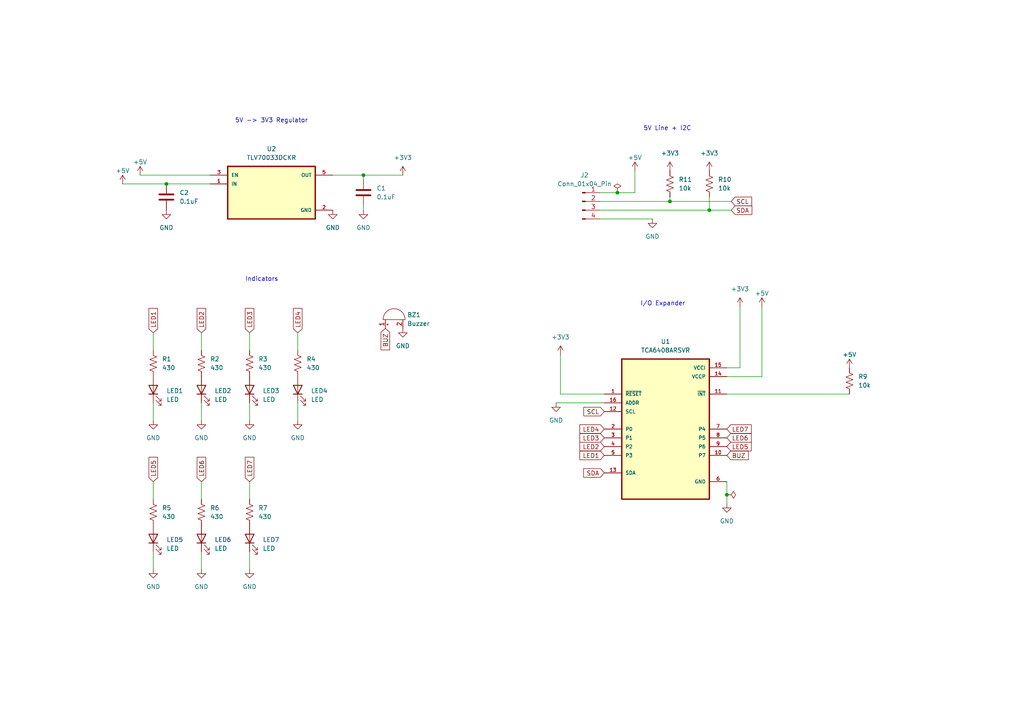
<source format=kicad_sch>
(kicad_sch
	(version 20250114)
	(generator "eeschema")
	(generator_version "9.0")
	(uuid "cede0fc5-7981-4758-9694-56d43565c74a")
	(paper "A4")
	(title_block
		(title "Indicator Board")
		(rev "2")
		(company "HPVDT")
		(comment 1 "Abdullah Alsafar")
	)
	(lib_symbols
		(symbol "Connector:Conn_01x04_Pin"
			(pin_names
				(offset 1.016)
				(hide yes)
			)
			(exclude_from_sim no)
			(in_bom yes)
			(on_board yes)
			(property "Reference" "J"
				(at 0 5.08 0)
				(effects
					(font
						(size 1.27 1.27)
					)
				)
			)
			(property "Value" "Conn_01x04_Pin"
				(at 0 -7.62 0)
				(effects
					(font
						(size 1.27 1.27)
					)
				)
			)
			(property "Footprint" ""
				(at 0 0 0)
				(effects
					(font
						(size 1.27 1.27)
					)
					(hide yes)
				)
			)
			(property "Datasheet" "~"
				(at 0 0 0)
				(effects
					(font
						(size 1.27 1.27)
					)
					(hide yes)
				)
			)
			(property "Description" "Generic connector, single row, 01x04, script generated"
				(at 0 0 0)
				(effects
					(font
						(size 1.27 1.27)
					)
					(hide yes)
				)
			)
			(property "ki_locked" ""
				(at 0 0 0)
				(effects
					(font
						(size 1.27 1.27)
					)
				)
			)
			(property "ki_keywords" "connector"
				(at 0 0 0)
				(effects
					(font
						(size 1.27 1.27)
					)
					(hide yes)
				)
			)
			(property "ki_fp_filters" "Connector*:*_1x??_*"
				(at 0 0 0)
				(effects
					(font
						(size 1.27 1.27)
					)
					(hide yes)
				)
			)
			(symbol "Conn_01x04_Pin_1_1"
				(rectangle
					(start 0.8636 2.667)
					(end 0 2.413)
					(stroke
						(width 0.1524)
						(type default)
					)
					(fill
						(type outline)
					)
				)
				(rectangle
					(start 0.8636 0.127)
					(end 0 -0.127)
					(stroke
						(width 0.1524)
						(type default)
					)
					(fill
						(type outline)
					)
				)
				(rectangle
					(start 0.8636 -2.413)
					(end 0 -2.667)
					(stroke
						(width 0.1524)
						(type default)
					)
					(fill
						(type outline)
					)
				)
				(rectangle
					(start 0.8636 -4.953)
					(end 0 -5.207)
					(stroke
						(width 0.1524)
						(type default)
					)
					(fill
						(type outline)
					)
				)
				(polyline
					(pts
						(xy 1.27 2.54) (xy 0.8636 2.54)
					)
					(stroke
						(width 0.1524)
						(type default)
					)
					(fill
						(type none)
					)
				)
				(polyline
					(pts
						(xy 1.27 0) (xy 0.8636 0)
					)
					(stroke
						(width 0.1524)
						(type default)
					)
					(fill
						(type none)
					)
				)
				(polyline
					(pts
						(xy 1.27 -2.54) (xy 0.8636 -2.54)
					)
					(stroke
						(width 0.1524)
						(type default)
					)
					(fill
						(type none)
					)
				)
				(polyline
					(pts
						(xy 1.27 -5.08) (xy 0.8636 -5.08)
					)
					(stroke
						(width 0.1524)
						(type default)
					)
					(fill
						(type none)
					)
				)
				(pin passive line
					(at 5.08 2.54 180)
					(length 3.81)
					(name "Pin_1"
						(effects
							(font
								(size 1.27 1.27)
							)
						)
					)
					(number "1"
						(effects
							(font
								(size 1.27 1.27)
							)
						)
					)
				)
				(pin passive line
					(at 5.08 0 180)
					(length 3.81)
					(name "Pin_2"
						(effects
							(font
								(size 1.27 1.27)
							)
						)
					)
					(number "2"
						(effects
							(font
								(size 1.27 1.27)
							)
						)
					)
				)
				(pin passive line
					(at 5.08 -2.54 180)
					(length 3.81)
					(name "Pin_3"
						(effects
							(font
								(size 1.27 1.27)
							)
						)
					)
					(number "3"
						(effects
							(font
								(size 1.27 1.27)
							)
						)
					)
				)
				(pin passive line
					(at 5.08 -5.08 180)
					(length 3.81)
					(name "Pin_4"
						(effects
							(font
								(size 1.27 1.27)
							)
						)
					)
					(number "4"
						(effects
							(font
								(size 1.27 1.27)
							)
						)
					)
				)
			)
			(embedded_fonts no)
		)
		(symbol "Device:Buzzer"
			(pin_names
				(offset 0.0254)
				(hide yes)
			)
			(exclude_from_sim no)
			(in_bom yes)
			(on_board yes)
			(property "Reference" "BZ"
				(at 3.81 1.27 0)
				(effects
					(font
						(size 1.27 1.27)
					)
					(justify left)
				)
			)
			(property "Value" "Buzzer"
				(at 3.81 -1.27 0)
				(effects
					(font
						(size 1.27 1.27)
					)
					(justify left)
				)
			)
			(property "Footprint" ""
				(at -0.635 2.54 90)
				(effects
					(font
						(size 1.27 1.27)
					)
					(hide yes)
				)
			)
			(property "Datasheet" "~"
				(at -0.635 2.54 90)
				(effects
					(font
						(size 1.27 1.27)
					)
					(hide yes)
				)
			)
			(property "Description" "Buzzer, polarized"
				(at 0 0 0)
				(effects
					(font
						(size 1.27 1.27)
					)
					(hide yes)
				)
			)
			(property "ki_keywords" "quartz resonator ceramic"
				(at 0 0 0)
				(effects
					(font
						(size 1.27 1.27)
					)
					(hide yes)
				)
			)
			(property "ki_fp_filters" "*Buzzer*"
				(at 0 0 0)
				(effects
					(font
						(size 1.27 1.27)
					)
					(hide yes)
				)
			)
			(symbol "Buzzer_0_1"
				(polyline
					(pts
						(xy -1.651 1.905) (xy -1.143 1.905)
					)
					(stroke
						(width 0)
						(type default)
					)
					(fill
						(type none)
					)
				)
				(polyline
					(pts
						(xy -1.397 2.159) (xy -1.397 1.651)
					)
					(stroke
						(width 0)
						(type default)
					)
					(fill
						(type none)
					)
				)
				(arc
					(start 0 3.175)
					(mid 3.1612 0)
					(end 0 -3.175)
					(stroke
						(width 0)
						(type default)
					)
					(fill
						(type none)
					)
				)
				(polyline
					(pts
						(xy 0 3.175) (xy 0 -3.175)
					)
					(stroke
						(width 0)
						(type default)
					)
					(fill
						(type none)
					)
				)
			)
			(symbol "Buzzer_1_1"
				(pin passive line
					(at -2.54 2.54 0)
					(length 2.54)
					(name "-"
						(effects
							(font
								(size 1.27 1.27)
							)
						)
					)
					(number "1"
						(effects
							(font
								(size 1.27 1.27)
							)
						)
					)
				)
				(pin passive line
					(at -2.54 -2.54 0)
					(length 2.54)
					(name "+"
						(effects
							(font
								(size 1.27 1.27)
							)
						)
					)
					(number "2"
						(effects
							(font
								(size 1.27 1.27)
							)
						)
					)
				)
			)
			(embedded_fonts no)
		)
		(symbol "Device:C"
			(pin_numbers
				(hide yes)
			)
			(pin_names
				(offset 0.254)
			)
			(exclude_from_sim no)
			(in_bom yes)
			(on_board yes)
			(property "Reference" "C"
				(at 0.635 2.54 0)
				(effects
					(font
						(size 1.27 1.27)
					)
					(justify left)
				)
			)
			(property "Value" "C"
				(at 0.635 -2.54 0)
				(effects
					(font
						(size 1.27 1.27)
					)
					(justify left)
				)
			)
			(property "Footprint" ""
				(at 0.9652 -3.81 0)
				(effects
					(font
						(size 1.27 1.27)
					)
					(hide yes)
				)
			)
			(property "Datasheet" "~"
				(at 0 0 0)
				(effects
					(font
						(size 1.27 1.27)
					)
					(hide yes)
				)
			)
			(property "Description" "Unpolarized capacitor"
				(at 0 0 0)
				(effects
					(font
						(size 1.27 1.27)
					)
					(hide yes)
				)
			)
			(property "ki_keywords" "cap capacitor"
				(at 0 0 0)
				(effects
					(font
						(size 1.27 1.27)
					)
					(hide yes)
				)
			)
			(property "ki_fp_filters" "C_*"
				(at 0 0 0)
				(effects
					(font
						(size 1.27 1.27)
					)
					(hide yes)
				)
			)
			(symbol "C_0_1"
				(polyline
					(pts
						(xy -2.032 0.762) (xy 2.032 0.762)
					)
					(stroke
						(width 0.508)
						(type default)
					)
					(fill
						(type none)
					)
				)
				(polyline
					(pts
						(xy -2.032 -0.762) (xy 2.032 -0.762)
					)
					(stroke
						(width 0.508)
						(type default)
					)
					(fill
						(type none)
					)
				)
			)
			(symbol "C_1_1"
				(pin passive line
					(at 0 3.81 270)
					(length 2.794)
					(name "~"
						(effects
							(font
								(size 1.27 1.27)
							)
						)
					)
					(number "1"
						(effects
							(font
								(size 1.27 1.27)
							)
						)
					)
				)
				(pin passive line
					(at 0 -3.81 90)
					(length 2.794)
					(name "~"
						(effects
							(font
								(size 1.27 1.27)
							)
						)
					)
					(number "2"
						(effects
							(font
								(size 1.27 1.27)
							)
						)
					)
				)
			)
			(embedded_fonts no)
		)
		(symbol "Device:LED"
			(pin_numbers
				(hide yes)
			)
			(pin_names
				(offset 1.016)
				(hide yes)
			)
			(exclude_from_sim no)
			(in_bom yes)
			(on_board yes)
			(property "Reference" "D"
				(at 0 2.54 0)
				(effects
					(font
						(size 1.27 1.27)
					)
				)
			)
			(property "Value" "LED"
				(at 0 -2.54 0)
				(effects
					(font
						(size 1.27 1.27)
					)
				)
			)
			(property "Footprint" ""
				(at 0 0 0)
				(effects
					(font
						(size 1.27 1.27)
					)
					(hide yes)
				)
			)
			(property "Datasheet" "~"
				(at 0 0 0)
				(effects
					(font
						(size 1.27 1.27)
					)
					(hide yes)
				)
			)
			(property "Description" "Light emitting diode"
				(at 0 0 0)
				(effects
					(font
						(size 1.27 1.27)
					)
					(hide yes)
				)
			)
			(property "ki_keywords" "LED diode"
				(at 0 0 0)
				(effects
					(font
						(size 1.27 1.27)
					)
					(hide yes)
				)
			)
			(property "ki_fp_filters" "LED* LED_SMD:* LED_THT:*"
				(at 0 0 0)
				(effects
					(font
						(size 1.27 1.27)
					)
					(hide yes)
				)
			)
			(symbol "LED_0_1"
				(polyline
					(pts
						(xy -3.048 -0.762) (xy -4.572 -2.286) (xy -3.81 -2.286) (xy -4.572 -2.286) (xy -4.572 -1.524)
					)
					(stroke
						(width 0)
						(type default)
					)
					(fill
						(type none)
					)
				)
				(polyline
					(pts
						(xy -1.778 -0.762) (xy -3.302 -2.286) (xy -2.54 -2.286) (xy -3.302 -2.286) (xy -3.302 -1.524)
					)
					(stroke
						(width 0)
						(type default)
					)
					(fill
						(type none)
					)
				)
				(polyline
					(pts
						(xy -1.27 0) (xy 1.27 0)
					)
					(stroke
						(width 0)
						(type default)
					)
					(fill
						(type none)
					)
				)
				(polyline
					(pts
						(xy -1.27 -1.27) (xy -1.27 1.27)
					)
					(stroke
						(width 0.254)
						(type default)
					)
					(fill
						(type none)
					)
				)
				(polyline
					(pts
						(xy 1.27 -1.27) (xy 1.27 1.27) (xy -1.27 0) (xy 1.27 -1.27)
					)
					(stroke
						(width 0.254)
						(type default)
					)
					(fill
						(type none)
					)
				)
			)
			(symbol "LED_1_1"
				(pin passive line
					(at -3.81 0 0)
					(length 2.54)
					(name "K"
						(effects
							(font
								(size 1.27 1.27)
							)
						)
					)
					(number "1"
						(effects
							(font
								(size 1.27 1.27)
							)
						)
					)
				)
				(pin passive line
					(at 3.81 0 180)
					(length 2.54)
					(name "A"
						(effects
							(font
								(size 1.27 1.27)
							)
						)
					)
					(number "2"
						(effects
							(font
								(size 1.27 1.27)
							)
						)
					)
				)
			)
			(embedded_fonts no)
		)
		(symbol "Device:R_US"
			(pin_numbers
				(hide yes)
			)
			(pin_names
				(offset 0)
			)
			(exclude_from_sim no)
			(in_bom yes)
			(on_board yes)
			(property "Reference" "R"
				(at 2.54 0 90)
				(effects
					(font
						(size 1.27 1.27)
					)
				)
			)
			(property "Value" "R_US"
				(at -2.54 0 90)
				(effects
					(font
						(size 1.27 1.27)
					)
				)
			)
			(property "Footprint" ""
				(at 1.016 -0.254 90)
				(effects
					(font
						(size 1.27 1.27)
					)
					(hide yes)
				)
			)
			(property "Datasheet" "~"
				(at 0 0 0)
				(effects
					(font
						(size 1.27 1.27)
					)
					(hide yes)
				)
			)
			(property "Description" "Resistor, US symbol"
				(at 0 0 0)
				(effects
					(font
						(size 1.27 1.27)
					)
					(hide yes)
				)
			)
			(property "ki_keywords" "R res resistor"
				(at 0 0 0)
				(effects
					(font
						(size 1.27 1.27)
					)
					(hide yes)
				)
			)
			(property "ki_fp_filters" "R_*"
				(at 0 0 0)
				(effects
					(font
						(size 1.27 1.27)
					)
					(hide yes)
				)
			)
			(symbol "R_US_0_1"
				(polyline
					(pts
						(xy 0 2.286) (xy 0 2.54)
					)
					(stroke
						(width 0)
						(type default)
					)
					(fill
						(type none)
					)
				)
				(polyline
					(pts
						(xy 0 2.286) (xy 1.016 1.905) (xy 0 1.524) (xy -1.016 1.143) (xy 0 0.762)
					)
					(stroke
						(width 0)
						(type default)
					)
					(fill
						(type none)
					)
				)
				(polyline
					(pts
						(xy 0 0.762) (xy 1.016 0.381) (xy 0 0) (xy -1.016 -0.381) (xy 0 -0.762)
					)
					(stroke
						(width 0)
						(type default)
					)
					(fill
						(type none)
					)
				)
				(polyline
					(pts
						(xy 0 -0.762) (xy 1.016 -1.143) (xy 0 -1.524) (xy -1.016 -1.905) (xy 0 -2.286)
					)
					(stroke
						(width 0)
						(type default)
					)
					(fill
						(type none)
					)
				)
				(polyline
					(pts
						(xy 0 -2.286) (xy 0 -2.54)
					)
					(stroke
						(width 0)
						(type default)
					)
					(fill
						(type none)
					)
				)
			)
			(symbol "R_US_1_1"
				(pin passive line
					(at 0 3.81 270)
					(length 1.27)
					(name "~"
						(effects
							(font
								(size 1.27 1.27)
							)
						)
					)
					(number "1"
						(effects
							(font
								(size 1.27 1.27)
							)
						)
					)
				)
				(pin passive line
					(at 0 -3.81 90)
					(length 1.27)
					(name "~"
						(effects
							(font
								(size 1.27 1.27)
							)
						)
					)
					(number "2"
						(effects
							(font
								(size 1.27 1.27)
							)
						)
					)
				)
			)
			(embedded_fonts no)
		)
		(symbol "TCA6408ARSVR:TCA6408ARSVR"
			(pin_names
				(offset 1.016)
			)
			(exclude_from_sim no)
			(in_bom yes)
			(on_board yes)
			(property "Reference" "U"
				(at -12.7 21.32 0)
				(effects
					(font
						(size 1.27 1.27)
					)
					(justify left bottom)
				)
			)
			(property "Value" "TCA6408ARSVR"
				(at -12.7 -24.32 0)
				(effects
					(font
						(size 1.27 1.27)
					)
					(justify left bottom)
				)
			)
			(property "Footprint" "TCA6408ARSVR:QFN40P180X260X55-16N"
				(at 0 0 0)
				(effects
					(font
						(size 1.27 1.27)
					)
					(justify bottom)
					(hide yes)
				)
			)
			(property "Datasheet" ""
				(at 0 0 0)
				(effects
					(font
						(size 1.27 1.27)
					)
					(hide yes)
				)
			)
			(property "Description" ""
				(at 0 0 0)
				(effects
					(font
						(size 1.27 1.27)
					)
					(hide yes)
				)
			)
			(symbol "TCA6408ARSVR_0_0"
				(rectangle
					(start -12.7 -20.32)
					(end 12.7 20.32)
					(stroke
						(width 0.41)
						(type default)
					)
					(fill
						(type background)
					)
				)
				(pin input line
					(at -17.78 10.16 0)
					(length 5.08)
					(name "~{RESET}"
						(effects
							(font
								(size 1.016 1.016)
							)
						)
					)
					(number "1"
						(effects
							(font
								(size 1.016 1.016)
							)
						)
					)
				)
				(pin input line
					(at -17.78 7.62 0)
					(length 5.08)
					(name "ADDR"
						(effects
							(font
								(size 1.016 1.016)
							)
						)
					)
					(number "16"
						(effects
							(font
								(size 1.016 1.016)
							)
						)
					)
				)
				(pin input line
					(at -17.78 5.08 0)
					(length 5.08)
					(name "SCL"
						(effects
							(font
								(size 1.016 1.016)
							)
						)
					)
					(number "12"
						(effects
							(font
								(size 1.016 1.016)
							)
						)
					)
				)
				(pin bidirectional line
					(at -17.78 0 0)
					(length 5.08)
					(name "P0"
						(effects
							(font
								(size 1.016 1.016)
							)
						)
					)
					(number "2"
						(effects
							(font
								(size 1.016 1.016)
							)
						)
					)
				)
				(pin bidirectional line
					(at -17.78 -2.54 0)
					(length 5.08)
					(name "P1"
						(effects
							(font
								(size 1.016 1.016)
							)
						)
					)
					(number "3"
						(effects
							(font
								(size 1.016 1.016)
							)
						)
					)
				)
				(pin bidirectional line
					(at -17.78 -5.08 0)
					(length 5.08)
					(name "P2"
						(effects
							(font
								(size 1.016 1.016)
							)
						)
					)
					(number "4"
						(effects
							(font
								(size 1.016 1.016)
							)
						)
					)
				)
				(pin bidirectional line
					(at -17.78 -7.62 0)
					(length 5.08)
					(name "P3"
						(effects
							(font
								(size 1.016 1.016)
							)
						)
					)
					(number "5"
						(effects
							(font
								(size 1.016 1.016)
							)
						)
					)
				)
				(pin bidirectional line
					(at -17.78 -12.7 0)
					(length 5.08)
					(name "SDA"
						(effects
							(font
								(size 1.016 1.016)
							)
						)
					)
					(number "13"
						(effects
							(font
								(size 1.016 1.016)
							)
						)
					)
				)
				(pin power_in line
					(at 17.78 17.78 180)
					(length 5.08)
					(name "VCCI"
						(effects
							(font
								(size 1.016 1.016)
							)
						)
					)
					(number "15"
						(effects
							(font
								(size 1.016 1.016)
							)
						)
					)
				)
				(pin power_in line
					(at 17.78 15.24 180)
					(length 5.08)
					(name "VCCP"
						(effects
							(font
								(size 1.016 1.016)
							)
						)
					)
					(number "14"
						(effects
							(font
								(size 1.016 1.016)
							)
						)
					)
				)
				(pin output line
					(at 17.78 10.16 180)
					(length 5.08)
					(name "~{INT}"
						(effects
							(font
								(size 1.016 1.016)
							)
						)
					)
					(number "11"
						(effects
							(font
								(size 1.016 1.016)
							)
						)
					)
				)
				(pin bidirectional line
					(at 17.78 0 180)
					(length 5.08)
					(name "P4"
						(effects
							(font
								(size 1.016 1.016)
							)
						)
					)
					(number "7"
						(effects
							(font
								(size 1.016 1.016)
							)
						)
					)
				)
				(pin bidirectional line
					(at 17.78 -2.54 180)
					(length 5.08)
					(name "P5"
						(effects
							(font
								(size 1.016 1.016)
							)
						)
					)
					(number "8"
						(effects
							(font
								(size 1.016 1.016)
							)
						)
					)
				)
				(pin bidirectional line
					(at 17.78 -5.08 180)
					(length 5.08)
					(name "P6"
						(effects
							(font
								(size 1.016 1.016)
							)
						)
					)
					(number "9"
						(effects
							(font
								(size 1.016 1.016)
							)
						)
					)
				)
				(pin bidirectional line
					(at 17.78 -7.62 180)
					(length 5.08)
					(name "P7"
						(effects
							(font
								(size 1.016 1.016)
							)
						)
					)
					(number "10"
						(effects
							(font
								(size 1.016 1.016)
							)
						)
					)
				)
				(pin power_in line
					(at 17.78 -15.24 180)
					(length 5.08)
					(name "GND"
						(effects
							(font
								(size 1.016 1.016)
							)
						)
					)
					(number "6"
						(effects
							(font
								(size 1.016 1.016)
							)
						)
					)
				)
			)
			(embedded_fonts no)
		)
		(symbol "TLV70033DCKR:TLV70033DCKR"
			(pin_names
				(offset 1.016)
			)
			(exclude_from_sim no)
			(in_bom yes)
			(on_board yes)
			(property "Reference" "U2"
				(at 0 12.7 0)
				(effects
					(font
						(size 1.27 1.27)
					)
				)
			)
			(property "Value" "TLV70033DCKR"
				(at 0 10.16 0)
				(effects
					(font
						(size 1.27 1.27)
					)
				)
			)
			(property "Footprint" "TLV70033DCKR:SOT65P210X110-5N"
				(at 0 0 0)
				(effects
					(font
						(size 1.27 1.27)
					)
					(justify bottom)
					(hide yes)
				)
			)
			(property "Datasheet" ""
				(at 0 0 0)
				(effects
					(font
						(size 1.27 1.27)
					)
					(hide yes)
				)
			)
			(property "Description" ""
				(at 0 0 0)
				(effects
					(font
						(size 1.27 1.27)
					)
					(hide yes)
				)
			)
			(symbol "TLV70033DCKR_0_0"
				(rectangle
					(start -12.7 -7.62)
					(end 12.7 7.62)
					(stroke
						(width 0.41)
						(type default)
					)
					(fill
						(type background)
					)
				)
				(pin input line
					(at -17.78 5.08 0)
					(length 5.08)
					(name "EN"
						(effects
							(font
								(size 1.016 1.016)
							)
						)
					)
					(number "3"
						(effects
							(font
								(size 1.016 1.016)
							)
						)
					)
				)
				(pin input line
					(at -17.78 2.54 0)
					(length 5.08)
					(name "IN"
						(effects
							(font
								(size 1.016 1.016)
							)
						)
					)
					(number "1"
						(effects
							(font
								(size 1.016 1.016)
							)
						)
					)
				)
				(pin power_in line
					(at 17.78 -5.08 180)
					(length 5.08)
					(name "GND"
						(effects
							(font
								(size 1.016 1.016)
							)
						)
					)
					(number "2"
						(effects
							(font
								(size 1.016 1.016)
							)
						)
					)
				)
			)
			(symbol "TLV70033DCKR_1_0"
				(pin power_out line
					(at 17.78 5.08 180)
					(length 5.08)
					(name "OUT"
						(effects
							(font
								(size 1.016 1.016)
							)
						)
					)
					(number "5"
						(effects
							(font
								(size 1.016 1.016)
							)
						)
					)
				)
			)
			(embedded_fonts no)
		)
		(symbol "power:+3V3"
			(power)
			(pin_numbers
				(hide yes)
			)
			(pin_names
				(offset 0)
				(hide yes)
			)
			(exclude_from_sim no)
			(in_bom yes)
			(on_board yes)
			(property "Reference" "#PWR"
				(at 0 -3.81 0)
				(effects
					(font
						(size 1.27 1.27)
					)
					(hide yes)
				)
			)
			(property "Value" "+3V3"
				(at 0 3.556 0)
				(effects
					(font
						(size 1.27 1.27)
					)
				)
			)
			(property "Footprint" ""
				(at 0 0 0)
				(effects
					(font
						(size 1.27 1.27)
					)
					(hide yes)
				)
			)
			(property "Datasheet" ""
				(at 0 0 0)
				(effects
					(font
						(size 1.27 1.27)
					)
					(hide yes)
				)
			)
			(property "Description" "Power symbol creates a global label with name \"+3V3\""
				(at 0 0 0)
				(effects
					(font
						(size 1.27 1.27)
					)
					(hide yes)
				)
			)
			(property "ki_keywords" "global power"
				(at 0 0 0)
				(effects
					(font
						(size 1.27 1.27)
					)
					(hide yes)
				)
			)
			(symbol "+3V3_0_1"
				(polyline
					(pts
						(xy -0.762 1.27) (xy 0 2.54)
					)
					(stroke
						(width 0)
						(type default)
					)
					(fill
						(type none)
					)
				)
				(polyline
					(pts
						(xy 0 2.54) (xy 0.762 1.27)
					)
					(stroke
						(width 0)
						(type default)
					)
					(fill
						(type none)
					)
				)
				(polyline
					(pts
						(xy 0 0) (xy 0 2.54)
					)
					(stroke
						(width 0)
						(type default)
					)
					(fill
						(type none)
					)
				)
			)
			(symbol "+3V3_1_1"
				(pin power_in line
					(at 0 0 90)
					(length 0)
					(name "~"
						(effects
							(font
								(size 1.27 1.27)
							)
						)
					)
					(number "1"
						(effects
							(font
								(size 1.27 1.27)
							)
						)
					)
				)
			)
			(embedded_fonts no)
		)
		(symbol "power:+5V"
			(power)
			(pin_names
				(offset 0)
			)
			(exclude_from_sim no)
			(in_bom yes)
			(on_board yes)
			(property "Reference" "#PWR"
				(at 0 -3.81 0)
				(effects
					(font
						(size 1.27 1.27)
					)
					(hide yes)
				)
			)
			(property "Value" "+5V"
				(at 0 3.556 0)
				(effects
					(font
						(size 1.27 1.27)
					)
				)
			)
			(property "Footprint" ""
				(at 0 0 0)
				(effects
					(font
						(size 1.27 1.27)
					)
					(hide yes)
				)
			)
			(property "Datasheet" ""
				(at 0 0 0)
				(effects
					(font
						(size 1.27 1.27)
					)
					(hide yes)
				)
			)
			(property "Description" "Power symbol creates a global label with name \"+5V\""
				(at 0 0 0)
				(effects
					(font
						(size 1.27 1.27)
					)
					(hide yes)
				)
			)
			(property "ki_keywords" "global power"
				(at 0 0 0)
				(effects
					(font
						(size 1.27 1.27)
					)
					(hide yes)
				)
			)
			(symbol "+5V_0_1"
				(polyline
					(pts
						(xy -0.762 1.27) (xy 0 2.54)
					)
					(stroke
						(width 0)
						(type default)
					)
					(fill
						(type none)
					)
				)
				(polyline
					(pts
						(xy 0 2.54) (xy 0.762 1.27)
					)
					(stroke
						(width 0)
						(type default)
					)
					(fill
						(type none)
					)
				)
				(polyline
					(pts
						(xy 0 0) (xy 0 2.54)
					)
					(stroke
						(width 0)
						(type default)
					)
					(fill
						(type none)
					)
				)
			)
			(symbol "+5V_1_1"
				(pin power_in line
					(at 0 0 90)
					(length 0)
					(hide yes)
					(name "+5V"
						(effects
							(font
								(size 1.27 1.27)
							)
						)
					)
					(number "1"
						(effects
							(font
								(size 1.27 1.27)
							)
						)
					)
				)
			)
			(embedded_fonts no)
		)
		(symbol "power:GND"
			(power)
			(pin_names
				(offset 0)
			)
			(exclude_from_sim no)
			(in_bom yes)
			(on_board yes)
			(property "Reference" "#PWR"
				(at 0 -6.35 0)
				(effects
					(font
						(size 1.27 1.27)
					)
					(hide yes)
				)
			)
			(property "Value" "GND"
				(at 0 -3.81 0)
				(effects
					(font
						(size 1.27 1.27)
					)
				)
			)
			(property "Footprint" ""
				(at 0 0 0)
				(effects
					(font
						(size 1.27 1.27)
					)
					(hide yes)
				)
			)
			(property "Datasheet" ""
				(at 0 0 0)
				(effects
					(font
						(size 1.27 1.27)
					)
					(hide yes)
				)
			)
			(property "Description" "Power symbol creates a global label with name \"GND\" , ground"
				(at 0 0 0)
				(effects
					(font
						(size 1.27 1.27)
					)
					(hide yes)
				)
			)
			(property "ki_keywords" "global power"
				(at 0 0 0)
				(effects
					(font
						(size 1.27 1.27)
					)
					(hide yes)
				)
			)
			(symbol "GND_0_1"
				(polyline
					(pts
						(xy 0 0) (xy 0 -1.27) (xy 1.27 -1.27) (xy 0 -2.54) (xy -1.27 -1.27) (xy 0 -1.27)
					)
					(stroke
						(width 0)
						(type default)
					)
					(fill
						(type none)
					)
				)
			)
			(symbol "GND_1_1"
				(pin power_in line
					(at 0 0 270)
					(length 0)
					(hide yes)
					(name "GND"
						(effects
							(font
								(size 1.27 1.27)
							)
						)
					)
					(number "1"
						(effects
							(font
								(size 1.27 1.27)
							)
						)
					)
				)
			)
			(embedded_fonts no)
		)
		(symbol "power:PWR_FLAG"
			(power)
			(pin_numbers
				(hide yes)
			)
			(pin_names
				(offset 0)
				(hide yes)
			)
			(exclude_from_sim no)
			(in_bom yes)
			(on_board yes)
			(property "Reference" "#FLG"
				(at 0 1.905 0)
				(effects
					(font
						(size 1.27 1.27)
					)
					(hide yes)
				)
			)
			(property "Value" "PWR_FLAG"
				(at 0 3.81 0)
				(effects
					(font
						(size 1.27 1.27)
					)
				)
			)
			(property "Footprint" ""
				(at 0 0 0)
				(effects
					(font
						(size 1.27 1.27)
					)
					(hide yes)
				)
			)
			(property "Datasheet" "~"
				(at 0 0 0)
				(effects
					(font
						(size 1.27 1.27)
					)
					(hide yes)
				)
			)
			(property "Description" "Special symbol for telling ERC where power comes from"
				(at 0 0 0)
				(effects
					(font
						(size 1.27 1.27)
					)
					(hide yes)
				)
			)
			(property "ki_keywords" "flag power"
				(at 0 0 0)
				(effects
					(font
						(size 1.27 1.27)
					)
					(hide yes)
				)
			)
			(symbol "PWR_FLAG_0_0"
				(pin power_out line
					(at 0 0 90)
					(length 0)
					(name "~"
						(effects
							(font
								(size 1.27 1.27)
							)
						)
					)
					(number "1"
						(effects
							(font
								(size 1.27 1.27)
							)
						)
					)
				)
			)
			(symbol "PWR_FLAG_0_1"
				(polyline
					(pts
						(xy 0 0) (xy 0 1.27) (xy -1.016 1.905) (xy 0 2.54) (xy 1.016 1.905) (xy 0 1.27)
					)
					(stroke
						(width 0)
						(type default)
					)
					(fill
						(type none)
					)
				)
			)
			(embedded_fonts no)
		)
	)
	(text "5V Line + I2C"
		(exclude_from_sim no)
		(at 193.548 37.338 0)
		(effects
			(font
				(size 1.27 1.27)
			)
		)
		(uuid "45f6bfa1-c117-4367-b350-c615295adb22")
	)
	(text "I/O Expander"
		(exclude_from_sim no)
		(at 192.278 88.138 0)
		(effects
			(font
				(size 1.27 1.27)
			)
		)
		(uuid "a2264bae-12d3-4ea5-83c7-426cf00b5627")
	)
	(text "5V -> 3V3 Regulator"
		(exclude_from_sim no)
		(at 78.74 35.052 0)
		(effects
			(font
				(size 1.27 1.27)
			)
		)
		(uuid "d7edd3c5-921f-407d-adc8-68172d7561e1")
	)
	(text "Indicators"
		(exclude_from_sim no)
		(at 71.12 81.788 0)
		(effects
			(font
				(size 1.27 1.27)
			)
			(justify left bottom)
		)
		(uuid "f71799ee-8191-4681-9d09-e09b086658b4")
	)
	(junction
		(at 105.41 50.8)
		(diameter 0)
		(color 0 0 0 0)
		(uuid "2bd88d63-5f80-40c5-8556-b49d2535ece8")
	)
	(junction
		(at 205.74 60.96)
		(diameter 0)
		(color 0 0 0 0)
		(uuid "2f554e9e-eaa7-4ef6-9fad-504d42aed348")
	)
	(junction
		(at 48.26 53.34)
		(diameter 0)
		(color 0 0 0 0)
		(uuid "82421562-8b53-4ba8-9163-73a6bea9bab8")
	)
	(junction
		(at 210.82 143.51)
		(diameter 0)
		(color 0 0 0 0)
		(uuid "af78d14a-9776-4b8e-b933-ebd1af27661b")
	)
	(junction
		(at 194.31 58.42)
		(diameter 0)
		(color 0 0 0 0)
		(uuid "c6126238-842f-482c-b498-38093d6f9b09")
	)
	(junction
		(at 179.07 55.88)
		(diameter 0)
		(color 0 0 0 0)
		(uuid "f3bae38d-7580-4f10-b7ca-4cbb4c42679d")
	)
	(wire
		(pts
			(xy 194.31 58.42) (xy 173.99 58.42)
		)
		(stroke
			(width 0)
			(type default)
		)
		(uuid "00ff795e-9755-43ea-9df7-eb3ebb06579c")
	)
	(wire
		(pts
			(xy 58.42 160.02) (xy 58.42 165.1)
		)
		(stroke
			(width 0)
			(type default)
		)
		(uuid "04bb6008-f5bb-4b81-9e8c-52c65cebbcb9")
	)
	(wire
		(pts
			(xy 220.98 109.22) (xy 210.82 109.22)
		)
		(stroke
			(width 0)
			(type default)
		)
		(uuid "126ca020-6454-4605-8e25-ac99b25f9d9d")
	)
	(wire
		(pts
			(xy 86.36 116.84) (xy 86.36 121.92)
		)
		(stroke
			(width 0)
			(type default)
		)
		(uuid "13513e8b-e1c1-4ba7-a893-1bedee0bf192")
	)
	(wire
		(pts
			(xy 189.23 63.5) (xy 173.99 63.5)
		)
		(stroke
			(width 0)
			(type default)
		)
		(uuid "16755d4d-09d4-4266-9095-7cf04d517c33")
	)
	(wire
		(pts
			(xy 212.09 58.42) (xy 194.31 58.42)
		)
		(stroke
			(width 0)
			(type default)
		)
		(uuid "1ebcb939-2ce6-493a-93b4-3bcbca4e9c97")
	)
	(wire
		(pts
			(xy 58.42 139.7) (xy 58.42 144.78)
		)
		(stroke
			(width 0)
			(type default)
		)
		(uuid "1f6c6086-2f80-4c58-a377-5c9501f426ed")
	)
	(wire
		(pts
			(xy 72.39 160.02) (xy 72.39 165.1)
		)
		(stroke
			(width 0)
			(type default)
		)
		(uuid "2204810c-b6f5-40ec-93fb-37d981e86445")
	)
	(wire
		(pts
			(xy 105.41 60.96) (xy 105.41 59.69)
		)
		(stroke
			(width 0)
			(type default)
		)
		(uuid "2726e775-1035-4184-a17c-ca427cb21b36")
	)
	(wire
		(pts
			(xy 72.39 116.84) (xy 72.39 121.92)
		)
		(stroke
			(width 0)
			(type default)
		)
		(uuid "29af05da-dc9b-41e7-9336-a83b536a4c45")
	)
	(wire
		(pts
			(xy 205.74 57.15) (xy 205.74 60.96)
		)
		(stroke
			(width 0)
			(type default)
		)
		(uuid "312a90ff-b189-40b3-8468-ee460abc306a")
	)
	(wire
		(pts
			(xy 162.56 102.87) (xy 162.56 114.3)
		)
		(stroke
			(width 0)
			(type default)
		)
		(uuid "34dc0dec-5bee-4e58-b064-7f3469d9128f")
	)
	(wire
		(pts
			(xy 184.15 49.53) (xy 184.15 55.88)
		)
		(stroke
			(width 0)
			(type default)
		)
		(uuid "383d7a27-6bc7-4146-bc12-04b1670a43ae")
	)
	(wire
		(pts
			(xy 194.31 57.15) (xy 194.31 58.42)
		)
		(stroke
			(width 0)
			(type default)
		)
		(uuid "5e316410-afba-4638-8c89-bb1e6f12d07a")
	)
	(wire
		(pts
			(xy 72.39 139.7) (xy 72.39 144.78)
		)
		(stroke
			(width 0)
			(type default)
		)
		(uuid "5e7cf29d-b2d0-4e21-93ac-ae0a562b7130")
	)
	(wire
		(pts
			(xy 105.41 50.8) (xy 105.41 52.07)
		)
		(stroke
			(width 0)
			(type default)
		)
		(uuid "608653cf-f65a-4ab6-a4e0-ad01f0510868")
	)
	(wire
		(pts
			(xy 179.07 55.88) (xy 173.99 55.88)
		)
		(stroke
			(width 0)
			(type default)
		)
		(uuid "63215189-731b-4bca-911b-705ea957e413")
	)
	(wire
		(pts
			(xy 220.98 88.9) (xy 220.98 109.22)
		)
		(stroke
			(width 0)
			(type default)
		)
		(uuid "6ca57827-e631-4780-888f-cab99f604710")
	)
	(wire
		(pts
			(xy 72.39 96.52) (xy 72.39 101.6)
		)
		(stroke
			(width 0)
			(type default)
		)
		(uuid "71bfc3e2-24f3-4a52-9f8e-f50e201b1ea2")
	)
	(wire
		(pts
			(xy 44.45 160.02) (xy 44.45 165.1)
		)
		(stroke
			(width 0)
			(type default)
		)
		(uuid "753df14b-7cf1-4988-9a34-1f49fe0eb4ff")
	)
	(wire
		(pts
			(xy 48.26 53.34) (xy 60.96 53.34)
		)
		(stroke
			(width 0)
			(type default)
		)
		(uuid "8eb9f226-8f40-4a64-b96e-616884236dcb")
	)
	(wire
		(pts
			(xy 162.56 114.3) (xy 175.26 114.3)
		)
		(stroke
			(width 0)
			(type default)
		)
		(uuid "93152b4d-926b-45a5-b375-b3d29938a635")
	)
	(wire
		(pts
			(xy 205.74 60.96) (xy 173.99 60.96)
		)
		(stroke
			(width 0)
			(type default)
		)
		(uuid "954f6e15-6b52-424c-ab8a-35fe64ace98a")
	)
	(wire
		(pts
			(xy 86.36 96.52) (xy 86.36 101.6)
		)
		(stroke
			(width 0)
			(type default)
		)
		(uuid "97fe0f87-0c74-489c-a4b6-4fc2365d4a5c")
	)
	(wire
		(pts
			(xy 44.45 96.52) (xy 44.45 101.6)
		)
		(stroke
			(width 0)
			(type default)
		)
		(uuid "9d2c5259-7bd0-4055-a291-35a0e8878737")
	)
	(wire
		(pts
			(xy 184.15 55.88) (xy 179.07 55.88)
		)
		(stroke
			(width 0)
			(type default)
		)
		(uuid "9e0c0453-e12a-4850-a0b8-d12f6025fd1e")
	)
	(wire
		(pts
			(xy 44.45 116.84) (xy 44.45 121.92)
		)
		(stroke
			(width 0)
			(type default)
		)
		(uuid "a1bf26b5-7422-433e-a8b4-b1c179de9da7")
	)
	(wire
		(pts
			(xy 210.82 114.3) (xy 246.38 114.3)
		)
		(stroke
			(width 0)
			(type default)
		)
		(uuid "a44085e3-613d-450d-91d4-30f5133b0a8d")
	)
	(wire
		(pts
			(xy 214.63 106.68) (xy 210.82 106.68)
		)
		(stroke
			(width 0)
			(type default)
		)
		(uuid "a4a16ecb-cf3a-4346-8e4c-caaefbb462c3")
	)
	(wire
		(pts
			(xy 40.64 50.8) (xy 60.96 50.8)
		)
		(stroke
			(width 0)
			(type default)
		)
		(uuid "a6c0c6d2-4b06-4679-80c3-c0efa7732f1a")
	)
	(wire
		(pts
			(xy 44.45 139.7) (xy 44.45 144.78)
		)
		(stroke
			(width 0)
			(type default)
		)
		(uuid "b5230bc5-2c6e-4a4c-a340-45a7232026a0")
	)
	(wire
		(pts
			(xy 116.84 50.8) (xy 105.41 50.8)
		)
		(stroke
			(width 0)
			(type default)
		)
		(uuid "b83125ef-86be-45df-a896-2ff6e319cc99")
	)
	(wire
		(pts
			(xy 161.29 116.84) (xy 175.26 116.84)
		)
		(stroke
			(width 0)
			(type default)
		)
		(uuid "bf8594b0-835b-44c0-abc3-228706690129")
	)
	(wire
		(pts
			(xy 210.82 146.05) (xy 210.82 143.51)
		)
		(stroke
			(width 0)
			(type default)
		)
		(uuid "cd3a5284-bd87-4b9d-8834-1ab5f275736f")
	)
	(wire
		(pts
			(xy 35.56 53.34) (xy 48.26 53.34)
		)
		(stroke
			(width 0)
			(type default)
		)
		(uuid "d1ac882a-dcbb-45d8-9de1-a302a9ad7f48")
	)
	(wire
		(pts
			(xy 214.63 88.9) (xy 214.63 106.68)
		)
		(stroke
			(width 0)
			(type default)
		)
		(uuid "d72f5086-1570-4fe7-ab0b-940f3e9a0c65")
	)
	(wire
		(pts
			(xy 210.82 143.51) (xy 210.82 139.7)
		)
		(stroke
			(width 0)
			(type default)
		)
		(uuid "d8d4aa3e-c341-4d22-96e1-752aebe14e20")
	)
	(wire
		(pts
			(xy 96.52 50.8) (xy 105.41 50.8)
		)
		(stroke
			(width 0)
			(type default)
		)
		(uuid "e6ab6e05-8207-4ed9-990b-fbad60e70d08")
	)
	(wire
		(pts
			(xy 212.09 60.96) (xy 205.74 60.96)
		)
		(stroke
			(width 0)
			(type default)
		)
		(uuid "ef6daeee-67f0-4595-b8df-4145529e9edb")
	)
	(wire
		(pts
			(xy 58.42 116.84) (xy 58.42 121.92)
		)
		(stroke
			(width 0)
			(type default)
		)
		(uuid "f5344b4a-c6f0-4861-94f6-ad99f093aef1")
	)
	(wire
		(pts
			(xy 58.42 96.52) (xy 58.42 101.6)
		)
		(stroke
			(width 0)
			(type default)
		)
		(uuid "fd6e9ddd-4bd4-4876-8404-5668f8663415")
	)
	(global_label "LED4"
		(shape input)
		(at 86.36 96.52 90)
		(fields_autoplaced yes)
		(effects
			(font
				(size 1.27 1.27)
			)
			(justify left)
		)
		(uuid "0acf8c8a-afb3-4bc4-81e1-10369aa0250b")
		(property "Intersheetrefs" "${INTERSHEET_REFS}"
			(at 86.36 88.8782 90)
			(effects
				(font
					(size 1.27 1.27)
				)
				(justify left)
				(hide yes)
			)
		)
	)
	(global_label "BUZ"
		(shape input)
		(at 111.76 95.25 270)
		(fields_autoplaced yes)
		(effects
			(font
				(size 1.27 1.27)
			)
			(justify right)
		)
		(uuid "277e6974-5832-4859-ad30-045661d718ae")
		(property "Intersheetrefs" "${INTERSHEET_REFS}"
			(at 111.76 101.9658 90)
			(effects
				(font
					(size 1.27 1.27)
				)
				(justify right)
				(hide yes)
			)
		)
	)
	(global_label "LED1"
		(shape input)
		(at 44.45 96.52 90)
		(fields_autoplaced yes)
		(effects
			(font
				(size 1.27 1.27)
			)
			(justify left)
		)
		(uuid "2a417277-10d0-4c24-8b40-44cb8de69cb4")
		(property "Intersheetrefs" "${INTERSHEET_REFS}"
			(at 44.45 88.8782 90)
			(effects
				(font
					(size 1.27 1.27)
				)
				(justify left)
				(hide yes)
			)
		)
	)
	(global_label "LED6"
		(shape input)
		(at 210.82 127 0)
		(fields_autoplaced yes)
		(effects
			(font
				(size 1.27 1.27)
			)
			(justify left)
		)
		(uuid "3904e131-b9e5-4243-8703-294f08b7e25d")
		(property "Intersheetrefs" "${INTERSHEET_REFS}"
			(at 218.4618 127 0)
			(effects
				(font
					(size 1.27 1.27)
				)
				(justify left)
				(hide yes)
			)
		)
	)
	(global_label "LED3"
		(shape input)
		(at 72.39 96.52 90)
		(fields_autoplaced yes)
		(effects
			(font
				(size 1.27 1.27)
			)
			(justify left)
		)
		(uuid "429a3c58-e655-4f21-9074-8153d1615f18")
		(property "Intersheetrefs" "${INTERSHEET_REFS}"
			(at 72.39 88.8782 90)
			(effects
				(font
					(size 1.27 1.27)
				)
				(justify left)
				(hide yes)
			)
		)
	)
	(global_label "LED5"
		(shape input)
		(at 210.82 129.54 0)
		(fields_autoplaced yes)
		(effects
			(font
				(size 1.27 1.27)
			)
			(justify left)
		)
		(uuid "4691c870-8b48-4919-ba6c-a978b0f5bf90")
		(property "Intersheetrefs" "${INTERSHEET_REFS}"
			(at 218.4618 129.54 0)
			(effects
				(font
					(size 1.27 1.27)
				)
				(justify left)
				(hide yes)
			)
		)
	)
	(global_label "SCL"
		(shape input)
		(at 175.26 119.38 180)
		(fields_autoplaced yes)
		(effects
			(font
				(size 1.27 1.27)
			)
			(justify right)
		)
		(uuid "4d47c1ae-8dfe-4923-9bdc-4245bb7526d3")
		(property "Intersheetrefs" "${INTERSHEET_REFS}"
			(at 168.7672 119.38 0)
			(effects
				(font
					(size 1.27 1.27)
				)
				(justify right)
				(hide yes)
			)
		)
	)
	(global_label "SDA"
		(shape input)
		(at 212.09 60.96 0)
		(fields_autoplaced yes)
		(effects
			(font
				(size 1.27 1.27)
			)
			(justify left)
		)
		(uuid "681ff9ff-6872-4fdb-988a-34face8fb8a1")
		(property "Intersheetrefs" "${INTERSHEET_REFS}"
			(at 218.6433 60.96 0)
			(effects
				(font
					(size 1.27 1.27)
				)
				(justify left)
				(hide yes)
			)
		)
	)
	(global_label "LED3"
		(shape input)
		(at 175.26 127 180)
		(fields_autoplaced yes)
		(effects
			(font
				(size 1.27 1.27)
			)
			(justify right)
		)
		(uuid "6a0509a6-a0b9-4923-88b3-9f8d4d1100a5")
		(property "Intersheetrefs" "${INTERSHEET_REFS}"
			(at 167.6182 127 0)
			(effects
				(font
					(size 1.27 1.27)
				)
				(justify right)
				(hide yes)
			)
		)
	)
	(global_label "LED7"
		(shape input)
		(at 210.82 124.46 0)
		(fields_autoplaced yes)
		(effects
			(font
				(size 1.27 1.27)
			)
			(justify left)
		)
		(uuid "6a5750cf-091d-41a4-b873-c5d13aeaf925")
		(property "Intersheetrefs" "${INTERSHEET_REFS}"
			(at 218.4618 124.46 0)
			(effects
				(font
					(size 1.27 1.27)
				)
				(justify left)
				(hide yes)
			)
		)
	)
	(global_label "BUZ"
		(shape input)
		(at 210.82 132.08 0)
		(fields_autoplaced yes)
		(effects
			(font
				(size 1.27 1.27)
			)
			(justify left)
		)
		(uuid "7abe9fb6-a188-4c89-b811-6df10b92823b")
		(property "Intersheetrefs" "${INTERSHEET_REFS}"
			(at 217.6152 132.08 0)
			(effects
				(font
					(size 1.27 1.27)
				)
				(justify left)
				(hide yes)
			)
		)
	)
	(global_label "SDA"
		(shape input)
		(at 175.26 137.16 180)
		(fields_autoplaced yes)
		(effects
			(font
				(size 1.27 1.27)
			)
			(justify right)
		)
		(uuid "91f1ed64-5a60-4b48-8340-6e8accbc16dd")
		(property "Intersheetrefs" "${INTERSHEET_REFS}"
			(at 168.7067 137.16 0)
			(effects
				(font
					(size 1.27 1.27)
				)
				(justify right)
				(hide yes)
			)
		)
	)
	(global_label "LED5"
		(shape input)
		(at 44.45 139.7 90)
		(fields_autoplaced yes)
		(effects
			(font
				(size 1.27 1.27)
			)
			(justify left)
		)
		(uuid "953ea891-b62c-4da9-9b55-26b34a7fc54a")
		(property "Intersheetrefs" "${INTERSHEET_REFS}"
			(at 44.45 132.0582 90)
			(effects
				(font
					(size 1.27 1.27)
				)
				(justify left)
				(hide yes)
			)
		)
	)
	(global_label "LED1"
		(shape input)
		(at 175.26 132.08 180)
		(fields_autoplaced yes)
		(effects
			(font
				(size 1.27 1.27)
			)
			(justify right)
		)
		(uuid "a6a67647-70ce-42a7-8a27-b925fd266711")
		(property "Intersheetrefs" "${INTERSHEET_REFS}"
			(at 167.6182 132.08 0)
			(effects
				(font
					(size 1.27 1.27)
				)
				(justify right)
				(hide yes)
			)
		)
	)
	(global_label "LED2"
		(shape input)
		(at 58.42 96.52 90)
		(fields_autoplaced yes)
		(effects
			(font
				(size 1.27 1.27)
			)
			(justify left)
		)
		(uuid "a73f0aac-12db-4065-8b1e-eb5192234937")
		(property "Intersheetrefs" "${INTERSHEET_REFS}"
			(at 58.42 88.8782 90)
			(effects
				(font
					(size 1.27 1.27)
				)
				(justify left)
				(hide yes)
			)
		)
	)
	(global_label "LED4"
		(shape input)
		(at 175.26 124.46 180)
		(fields_autoplaced yes)
		(effects
			(font
				(size 1.27 1.27)
			)
			(justify right)
		)
		(uuid "ab299dce-6e3a-4822-b8c8-66db74afaadb")
		(property "Intersheetrefs" "${INTERSHEET_REFS}"
			(at 167.6182 124.46 0)
			(effects
				(font
					(size 1.27 1.27)
				)
				(justify right)
				(hide yes)
			)
		)
	)
	(global_label "SCL"
		(shape input)
		(at 212.09 58.42 0)
		(fields_autoplaced yes)
		(effects
			(font
				(size 1.27 1.27)
			)
			(justify left)
		)
		(uuid "bd406cba-9979-4707-b181-68db7b202561")
		(property "Intersheetrefs" "${INTERSHEET_REFS}"
			(at 218.5828 58.42 0)
			(effects
				(font
					(size 1.27 1.27)
				)
				(justify left)
				(hide yes)
			)
		)
	)
	(global_label "LED2"
		(shape input)
		(at 175.26 129.54 180)
		(fields_autoplaced yes)
		(effects
			(font
				(size 1.27 1.27)
			)
			(justify right)
		)
		(uuid "bf590da8-4d6f-4db8-818f-d9afbb72b823")
		(property "Intersheetrefs" "${INTERSHEET_REFS}"
			(at 167.6182 129.54 0)
			(effects
				(font
					(size 1.27 1.27)
				)
				(justify right)
				(hide yes)
			)
		)
	)
	(global_label "LED7"
		(shape input)
		(at 72.39 139.7 90)
		(fields_autoplaced yes)
		(effects
			(font
				(size 1.27 1.27)
			)
			(justify left)
		)
		(uuid "ddeb6894-427a-4cee-98ab-2ccd017cac1b")
		(property "Intersheetrefs" "${INTERSHEET_REFS}"
			(at 72.39 132.0582 90)
			(effects
				(font
					(size 1.27 1.27)
				)
				(justify left)
				(hide yes)
			)
		)
	)
	(global_label "LED6"
		(shape input)
		(at 58.42 139.7 90)
		(fields_autoplaced yes)
		(effects
			(font
				(size 1.27 1.27)
			)
			(justify left)
		)
		(uuid "ec0d8f72-ddd5-419e-954f-a3f960aaa8f7")
		(property "Intersheetrefs" "${INTERSHEET_REFS}"
			(at 58.42 132.0582 90)
			(effects
				(font
					(size 1.27 1.27)
				)
				(justify left)
				(hide yes)
			)
		)
	)
	(symbol
		(lib_id "Device:R_US")
		(at 86.36 105.41 180)
		(unit 1)
		(exclude_from_sim no)
		(in_bom yes)
		(on_board yes)
		(dnp no)
		(fields_autoplaced yes)
		(uuid "02055e15-0714-4874-beb7-dc586281482f")
		(property "Reference" "R4"
			(at 88.9 104.1399 0)
			(effects
				(font
					(size 1.27 1.27)
				)
				(justify right)
			)
		)
		(property "Value" "430"
			(at 88.9 106.6799 0)
			(effects
				(font
					(size 1.27 1.27)
				)
				(justify right)
			)
		)
		(property "Footprint" "Resistor_SMD:R_0603_1608Metric"
			(at 85.344 105.156 90)
			(effects
				(font
					(size 1.27 1.27)
				)
				(hide yes)
			)
		)
		(property "Datasheet" "~"
			(at 86.36 105.41 0)
			(effects
				(font
					(size 1.27 1.27)
				)
				(hide yes)
			)
		)
		(property "Description" ""
			(at 86.36 105.41 0)
			(effects
				(font
					(size 1.27 1.27)
				)
			)
		)
		(pin "1"
			(uuid "8da480d7-549c-4c3e-8bba-d91437f8db9f")
		)
		(pin "2"
			(uuid "155ded7c-229d-4bc5-9be5-f9e0710a5cb3")
		)
		(instances
			(project "indicator"
				(path "/cede0fc5-7981-4758-9694-56d43565c74a"
					(reference "R4")
					(unit 1)
				)
			)
		)
	)
	(symbol
		(lib_id "power:GND")
		(at 48.26 60.96 0)
		(mirror y)
		(unit 1)
		(exclude_from_sim no)
		(in_bom yes)
		(on_board yes)
		(dnp no)
		(fields_autoplaced yes)
		(uuid "032ee89b-158d-4761-88f1-76dde40658e1")
		(property "Reference" "#PWR012"
			(at 48.26 67.31 0)
			(effects
				(font
					(size 1.27 1.27)
				)
				(hide yes)
			)
		)
		(property "Value" "GND"
			(at 48.26 66.04 0)
			(effects
				(font
					(size 1.27 1.27)
				)
			)
		)
		(property "Footprint" ""
			(at 48.26 60.96 0)
			(effects
				(font
					(size 1.27 1.27)
				)
				(hide yes)
			)
		)
		(property "Datasheet" ""
			(at 48.26 60.96 0)
			(effects
				(font
					(size 1.27 1.27)
				)
				(hide yes)
			)
		)
		(property "Description" ""
			(at 48.26 60.96 0)
			(effects
				(font
					(size 1.27 1.27)
				)
			)
		)
		(pin "1"
			(uuid "59e8a6a9-f404-4f43-92ff-857d0619cb95")
		)
		(instances
			(project "indicator"
				(path "/cede0fc5-7981-4758-9694-56d43565c74a"
					(reference "#PWR012")
					(unit 1)
				)
			)
		)
	)
	(symbol
		(lib_id "power:+3V3")
		(at 194.31 49.53 0)
		(unit 1)
		(exclude_from_sim no)
		(in_bom yes)
		(on_board yes)
		(dnp no)
		(fields_autoplaced yes)
		(uuid "09960375-0611-4167-9803-ce429abdea04")
		(property "Reference" "#PWR018"
			(at 194.31 53.34 0)
			(effects
				(font
					(size 1.27 1.27)
				)
				(hide yes)
			)
		)
		(property "Value" "+3V3"
			(at 194.31 44.45 0)
			(effects
				(font
					(size 1.27 1.27)
				)
			)
		)
		(property "Footprint" ""
			(at 194.31 49.53 0)
			(effects
				(font
					(size 1.27 1.27)
				)
				(hide yes)
			)
		)
		(property "Datasheet" ""
			(at 194.31 49.53 0)
			(effects
				(font
					(size 1.27 1.27)
				)
				(hide yes)
			)
		)
		(property "Description" "Power symbol creates a global label with name \"+3V3\""
			(at 194.31 49.53 0)
			(effects
				(font
					(size 1.27 1.27)
				)
				(hide yes)
			)
		)
		(pin "1"
			(uuid "3a0dfe41-a520-427d-94f8-f4e1abcecc6d")
		)
		(instances
			(project "indicator"
				(path "/cede0fc5-7981-4758-9694-56d43565c74a"
					(reference "#PWR018")
					(unit 1)
				)
			)
		)
	)
	(symbol
		(lib_id "Device:R_US")
		(at 58.42 148.59 180)
		(unit 1)
		(exclude_from_sim no)
		(in_bom yes)
		(on_board yes)
		(dnp no)
		(fields_autoplaced yes)
		(uuid "11f13480-5b16-436e-8999-280752d0d2e2")
		(property "Reference" "R6"
			(at 60.96 147.32 0)
			(effects
				(font
					(size 1.27 1.27)
				)
				(justify right)
			)
		)
		(property "Value" "430"
			(at 60.96 149.86 0)
			(effects
				(font
					(size 1.27 1.27)
				)
				(justify right)
			)
		)
		(property "Footprint" "Resistor_SMD:R_0603_1608Metric"
			(at 57.404 148.336 90)
			(effects
				(font
					(size 1.27 1.27)
				)
				(hide yes)
			)
		)
		(property "Datasheet" "~"
			(at 58.42 148.59 0)
			(effects
				(font
					(size 1.27 1.27)
				)
				(hide yes)
			)
		)
		(property "Description" ""
			(at 58.42 148.59 0)
			(effects
				(font
					(size 1.27 1.27)
				)
			)
		)
		(pin "1"
			(uuid "eaae3559-7553-422d-997f-9f36aeeb6cd7")
		)
		(pin "2"
			(uuid "d370d582-662f-4c55-a13b-8d91b248407a")
		)
		(instances
			(project "indicator"
				(path "/cede0fc5-7981-4758-9694-56d43565c74a"
					(reference "R6")
					(unit 1)
				)
			)
		)
	)
	(symbol
		(lib_id "power:GND")
		(at 58.42 121.92 0)
		(mirror y)
		(unit 1)
		(exclude_from_sim no)
		(in_bom yes)
		(on_board yes)
		(dnp no)
		(fields_autoplaced yes)
		(uuid "1b5bce4a-7dc3-45bf-82c6-e4744a164e4c")
		(property "Reference" "#PWR02"
			(at 58.42 128.27 0)
			(effects
				(font
					(size 1.27 1.27)
				)
				(hide yes)
			)
		)
		(property "Value" "GND"
			(at 58.42 127 0)
			(effects
				(font
					(size 1.27 1.27)
				)
			)
		)
		(property "Footprint" ""
			(at 58.42 121.92 0)
			(effects
				(font
					(size 1.27 1.27)
				)
				(hide yes)
			)
		)
		(property "Datasheet" ""
			(at 58.42 121.92 0)
			(effects
				(font
					(size 1.27 1.27)
				)
				(hide yes)
			)
		)
		(property "Description" ""
			(at 58.42 121.92 0)
			(effects
				(font
					(size 1.27 1.27)
				)
			)
		)
		(pin "1"
			(uuid "559d6db2-4f07-409f-8e84-4517a9c14817")
		)
		(instances
			(project "indicator"
				(path "/cede0fc5-7981-4758-9694-56d43565c74a"
					(reference "#PWR02")
					(unit 1)
				)
			)
		)
	)
	(symbol
		(lib_id "Device:LED")
		(at 44.45 113.03 90)
		(unit 1)
		(exclude_from_sim no)
		(in_bom yes)
		(on_board yes)
		(dnp no)
		(fields_autoplaced yes)
		(uuid "1bf15891-80bb-43a8-a122-a105dcf0825e")
		(property "Reference" "LED1"
			(at 48.26 113.3474 90)
			(effects
				(font
					(size 1.27 1.27)
				)
				(justify right)
			)
		)
		(property "Value" "LED"
			(at 48.26 115.8874 90)
			(effects
				(font
					(size 1.27 1.27)
				)
				(justify right)
			)
		)
		(property "Footprint" "LED_THT:LED_D4.0mm"
			(at 44.45 113.03 0)
			(effects
				(font
					(size 1.27 1.27)
				)
				(hide yes)
			)
		)
		(property "Datasheet" "~"
			(at 44.45 113.03 0)
			(effects
				(font
					(size 1.27 1.27)
				)
				(hide yes)
			)
		)
		(property "Description" ""
			(at 44.45 113.03 0)
			(effects
				(font
					(size 1.27 1.27)
				)
			)
		)
		(pin "1"
			(uuid "d5bac829-8721-4927-b742-5f97e6529dc9")
		)
		(pin "2"
			(uuid "58b7efe5-327d-4843-a4d4-7b31c0cc3e73")
		)
		(instances
			(project "indicator"
				(path "/cede0fc5-7981-4758-9694-56d43565c74a"
					(reference "LED1")
					(unit 1)
				)
			)
		)
	)
	(symbol
		(lib_id "Device:LED")
		(at 58.42 156.21 90)
		(unit 1)
		(exclude_from_sim no)
		(in_bom yes)
		(on_board yes)
		(dnp no)
		(fields_autoplaced yes)
		(uuid "1db282dd-2433-4c0c-b676-3a0f0c096b22")
		(property "Reference" "LED6"
			(at 62.23 156.5274 90)
			(effects
				(font
					(size 1.27 1.27)
				)
				(justify right)
			)
		)
		(property "Value" "LED"
			(at 62.23 159.0674 90)
			(effects
				(font
					(size 1.27 1.27)
				)
				(justify right)
			)
		)
		(property "Footprint" "LED_THT:LED_D4.0mm"
			(at 58.42 156.21 0)
			(effects
				(font
					(size 1.27 1.27)
				)
				(hide yes)
			)
		)
		(property "Datasheet" "~"
			(at 58.42 156.21 0)
			(effects
				(font
					(size 1.27 1.27)
				)
				(hide yes)
			)
		)
		(property "Description" ""
			(at 58.42 156.21 0)
			(effects
				(font
					(size 1.27 1.27)
				)
			)
		)
		(pin "1"
			(uuid "9e5e92d4-7b19-4da2-afc1-799be60ac4fe")
		)
		(pin "2"
			(uuid "0b9c35b8-3df4-4de7-9277-c4d2e9a6162e")
		)
		(instances
			(project "indicator"
				(path "/cede0fc5-7981-4758-9694-56d43565c74a"
					(reference "LED6")
					(unit 1)
				)
			)
		)
	)
	(symbol
		(lib_id "Device:R_US")
		(at 246.38 110.49 180)
		(unit 1)
		(exclude_from_sim no)
		(in_bom yes)
		(on_board yes)
		(dnp no)
		(fields_autoplaced yes)
		(uuid "22fa08c3-e3b2-4fc0-a6c8-d976eb316a25")
		(property "Reference" "R9"
			(at 248.92 109.22 0)
			(effects
				(font
					(size 1.27 1.27)
				)
				(justify right)
			)
		)
		(property "Value" "10k"
			(at 248.92 111.76 0)
			(effects
				(font
					(size 1.27 1.27)
				)
				(justify right)
			)
		)
		(property "Footprint" "Resistor_SMD:R_0603_1608Metric"
			(at 245.364 110.236 90)
			(effects
				(font
					(size 1.27 1.27)
				)
				(hide yes)
			)
		)
		(property "Datasheet" "~"
			(at 246.38 110.49 0)
			(effects
				(font
					(size 1.27 1.27)
				)
				(hide yes)
			)
		)
		(property "Description" ""
			(at 246.38 110.49 0)
			(effects
				(font
					(size 1.27 1.27)
				)
			)
		)
		(pin "1"
			(uuid "63033a98-900a-4540-8f8e-38b885554238")
		)
		(pin "2"
			(uuid "f1d9ead8-556d-4854-8b0b-96c1aa89a08e")
		)
		(instances
			(project "indicator"
				(path "/cede0fc5-7981-4758-9694-56d43565c74a"
					(reference "R9")
					(unit 1)
				)
			)
		)
	)
	(symbol
		(lib_id "power:GND")
		(at 161.29 116.84 0)
		(mirror y)
		(unit 1)
		(exclude_from_sim no)
		(in_bom yes)
		(on_board yes)
		(dnp no)
		(fields_autoplaced yes)
		(uuid "2a51343e-bd42-4fff-b381-f1cfc9433701")
		(property "Reference" "#PWR016"
			(at 161.29 123.19 0)
			(effects
				(font
					(size 1.27 1.27)
				)
				(hide yes)
			)
		)
		(property "Value" "GND"
			(at 161.29 121.92 0)
			(effects
				(font
					(size 1.27 1.27)
				)
			)
		)
		(property "Footprint" ""
			(at 161.29 116.84 0)
			(effects
				(font
					(size 1.27 1.27)
				)
				(hide yes)
			)
		)
		(property "Datasheet" ""
			(at 161.29 116.84 0)
			(effects
				(font
					(size 1.27 1.27)
				)
				(hide yes)
			)
		)
		(property "Description" ""
			(at 161.29 116.84 0)
			(effects
				(font
					(size 1.27 1.27)
				)
			)
		)
		(pin "1"
			(uuid "03655ac4-68bf-4665-a032-5aa7e6448085")
		)
		(instances
			(project "indicator"
				(path "/cede0fc5-7981-4758-9694-56d43565c74a"
					(reference "#PWR016")
					(unit 1)
				)
			)
		)
	)
	(symbol
		(lib_id "power:PWR_FLAG")
		(at 210.82 143.51 270)
		(unit 1)
		(exclude_from_sim no)
		(in_bom yes)
		(on_board yes)
		(dnp no)
		(fields_autoplaced yes)
		(uuid "2a664a5a-415e-407a-ae7a-44920b5bad32")
		(property "Reference" "#FLG02"
			(at 212.725 143.51 0)
			(effects
				(font
					(size 1.27 1.27)
				)
				(hide yes)
			)
		)
		(property "Value" "PWR_FLAG"
			(at 215.9 143.51 0)
			(effects
				(font
					(size 1.27 1.27)
				)
				(hide yes)
			)
		)
		(property "Footprint" ""
			(at 210.82 143.51 0)
			(effects
				(font
					(size 1.27 1.27)
				)
				(hide yes)
			)
		)
		(property "Datasheet" "~"
			(at 210.82 143.51 0)
			(effects
				(font
					(size 1.27 1.27)
				)
				(hide yes)
			)
		)
		(property "Description" "Special symbol for telling ERC where power comes from"
			(at 210.82 143.51 0)
			(effects
				(font
					(size 1.27 1.27)
				)
				(hide yes)
			)
		)
		(pin "1"
			(uuid "5e65c45b-c191-4169-9280-a4fadb59a53d")
		)
		(instances
			(project "indicator"
				(path "/cede0fc5-7981-4758-9694-56d43565c74a"
					(reference "#FLG02")
					(unit 1)
				)
			)
		)
	)
	(symbol
		(lib_id "Device:R_US")
		(at 194.31 53.34 180)
		(unit 1)
		(exclude_from_sim no)
		(in_bom yes)
		(on_board yes)
		(dnp no)
		(fields_autoplaced yes)
		(uuid "2b40ad35-ec7a-4259-af9b-8fd1c1866ce6")
		(property "Reference" "R11"
			(at 196.85 52.07 0)
			(effects
				(font
					(size 1.27 1.27)
				)
				(justify right)
			)
		)
		(property "Value" "10k"
			(at 196.85 54.61 0)
			(effects
				(font
					(size 1.27 1.27)
				)
				(justify right)
			)
		)
		(property "Footprint" "Resistor_SMD:R_0603_1608Metric"
			(at 193.294 53.086 90)
			(effects
				(font
					(size 1.27 1.27)
				)
				(hide yes)
			)
		)
		(property "Datasheet" "~"
			(at 194.31 53.34 0)
			(effects
				(font
					(size 1.27 1.27)
				)
				(hide yes)
			)
		)
		(property "Description" ""
			(at 194.31 53.34 0)
			(effects
				(font
					(size 1.27 1.27)
				)
			)
		)
		(pin "1"
			(uuid "de270b83-2ed9-4f68-9543-1dddc11b0433")
		)
		(pin "2"
			(uuid "55934031-d0b3-4dc7-ad1a-619d75bcb7a7")
		)
		(instances
			(project "indicator"
				(path "/cede0fc5-7981-4758-9694-56d43565c74a"
					(reference "R11")
					(unit 1)
				)
			)
		)
	)
	(symbol
		(lib_id "Device:Buzzer")
		(at 114.3 92.71 90)
		(unit 1)
		(exclude_from_sim no)
		(in_bom yes)
		(on_board yes)
		(dnp no)
		(fields_autoplaced yes)
		(uuid "2befd4b6-beba-4639-85bd-240efd94d380")
		(property "Reference" "BZ1"
			(at 118.11 91.3199 90)
			(effects
				(font
					(size 1.27 1.27)
				)
				(justify right)
			)
		)
		(property "Value" "Buzzer"
			(at 118.11 93.8599 90)
			(effects
				(font
					(size 1.27 1.27)
				)
				(justify right)
			)
		)
		(property "Footprint" "Buzzer_Beeper:Buzzer_12x9.5RM7.6"
			(at 111.76 93.345 90)
			(effects
				(font
					(size 1.27 1.27)
				)
				(hide yes)
			)
		)
		(property "Datasheet" "~"
			(at 111.76 93.345 90)
			(effects
				(font
					(size 1.27 1.27)
				)
				(hide yes)
			)
		)
		(property "Description" ""
			(at 114.3 92.71 0)
			(effects
				(font
					(size 1.27 1.27)
				)
			)
		)
		(pin "1"
			(uuid "f9cd1c3c-9c40-4428-ae39-e166583e3f42")
		)
		(pin "2"
			(uuid "437b529e-1d83-435e-b873-eb89bc71c9f1")
		)
		(instances
			(project "indicator"
				(path "/cede0fc5-7981-4758-9694-56d43565c74a"
					(reference "BZ1")
					(unit 1)
				)
			)
		)
	)
	(symbol
		(lib_id "power:+5V")
		(at 246.38 106.68 0)
		(mirror y)
		(unit 1)
		(exclude_from_sim no)
		(in_bom yes)
		(on_board yes)
		(dnp no)
		(fields_autoplaced yes)
		(uuid "34233051-924f-46c7-aaa9-99bdfc3bdec8")
		(property "Reference" "#PWR020"
			(at 246.38 110.49 0)
			(effects
				(font
					(size 1.27 1.27)
				)
				(hide yes)
			)
		)
		(property "Value" "+5V"
			(at 246.38 102.87 0)
			(effects
				(font
					(size 1.27 1.27)
				)
			)
		)
		(property "Footprint" ""
			(at 246.38 106.68 0)
			(effects
				(font
					(size 1.27 1.27)
				)
				(hide yes)
			)
		)
		(property "Datasheet" ""
			(at 246.38 106.68 0)
			(effects
				(font
					(size 1.27 1.27)
				)
				(hide yes)
			)
		)
		(property "Description" ""
			(at 246.38 106.68 0)
			(effects
				(font
					(size 1.27 1.27)
				)
			)
		)
		(pin "1"
			(uuid "5a808a09-5c02-4a86-8733-370052c5bc97")
		)
		(instances
			(project "indicator"
				(path "/cede0fc5-7981-4758-9694-56d43565c74a"
					(reference "#PWR020")
					(unit 1)
				)
			)
		)
	)
	(symbol
		(lib_id "power:GND")
		(at 96.52 60.96 0)
		(mirror y)
		(unit 1)
		(exclude_from_sim no)
		(in_bom yes)
		(on_board yes)
		(dnp no)
		(fields_autoplaced yes)
		(uuid "3a3c56d9-b9a4-492e-993f-e51c8cd1e47b")
		(property "Reference" "#PWR06"
			(at 96.52 67.31 0)
			(effects
				(font
					(size 1.27 1.27)
				)
				(hide yes)
			)
		)
		(property "Value" "GND"
			(at 96.52 66.04 0)
			(effects
				(font
					(size 1.27 1.27)
				)
			)
		)
		(property "Footprint" ""
			(at 96.52 60.96 0)
			(effects
				(font
					(size 1.27 1.27)
				)
				(hide yes)
			)
		)
		(property "Datasheet" ""
			(at 96.52 60.96 0)
			(effects
				(font
					(size 1.27 1.27)
				)
				(hide yes)
			)
		)
		(property "Description" ""
			(at 96.52 60.96 0)
			(effects
				(font
					(size 1.27 1.27)
				)
			)
		)
		(pin "1"
			(uuid "20b13d75-9f6d-4721-a81d-26f039ad2b69")
		)
		(instances
			(project "indicator"
				(path "/cede0fc5-7981-4758-9694-56d43565c74a"
					(reference "#PWR06")
					(unit 1)
				)
			)
		)
	)
	(symbol
		(lib_id "Device:LED")
		(at 72.39 156.21 90)
		(unit 1)
		(exclude_from_sim no)
		(in_bom yes)
		(on_board yes)
		(dnp no)
		(fields_autoplaced yes)
		(uuid "417dad4b-8e50-4d04-a8c6-17d7b56301e7")
		(property "Reference" "LED7"
			(at 76.2 156.5274 90)
			(effects
				(font
					(size 1.27 1.27)
				)
				(justify right)
			)
		)
		(property "Value" "LED"
			(at 76.2 159.0674 90)
			(effects
				(font
					(size 1.27 1.27)
				)
				(justify right)
			)
		)
		(property "Footprint" "LED_THT:LED_D4.0mm"
			(at 72.39 156.21 0)
			(effects
				(font
					(size 1.27 1.27)
				)
				(hide yes)
			)
		)
		(property "Datasheet" "~"
			(at 72.39 156.21 0)
			(effects
				(font
					(size 1.27 1.27)
				)
				(hide yes)
			)
		)
		(property "Description" ""
			(at 72.39 156.21 0)
			(effects
				(font
					(size 1.27 1.27)
				)
			)
		)
		(pin "1"
			(uuid "c11d2210-96da-419c-9cfb-c5703bca8755")
		)
		(pin "2"
			(uuid "1e5e0b97-a459-4283-a93e-aa20132d90bc")
		)
		(instances
			(project "indicator"
				(path "/cede0fc5-7981-4758-9694-56d43565c74a"
					(reference "LED7")
					(unit 1)
				)
			)
		)
	)
	(symbol
		(lib_id "Device:C")
		(at 105.41 55.88 0)
		(unit 1)
		(exclude_from_sim no)
		(in_bom yes)
		(on_board yes)
		(dnp no)
		(fields_autoplaced yes)
		(uuid "44555bca-b10c-4780-bda9-79008941efc5")
		(property "Reference" "C1"
			(at 109.22 54.6099 0)
			(effects
				(font
					(size 1.27 1.27)
				)
				(justify left)
			)
		)
		(property "Value" "0.1uF"
			(at 109.22 57.1499 0)
			(effects
				(font
					(size 1.27 1.27)
				)
				(justify left)
			)
		)
		(property "Footprint" "Capacitor_SMD:C_0603_1608Metric"
			(at 106.3752 59.69 0)
			(effects
				(font
					(size 1.27 1.27)
				)
				(hide yes)
			)
		)
		(property "Datasheet" "~"
			(at 105.41 55.88 0)
			(effects
				(font
					(size 1.27 1.27)
				)
				(hide yes)
			)
		)
		(property "Description" "Unpolarized capacitor"
			(at 105.41 55.88 0)
			(effects
				(font
					(size 1.27 1.27)
				)
				(hide yes)
			)
		)
		(pin "2"
			(uuid "1975d251-a3c6-434e-accb-6cd0499f806a")
		)
		(pin "1"
			(uuid "370b2e52-132b-469c-8d4d-cef6b77cbd7d")
		)
		(instances
			(project ""
				(path "/cede0fc5-7981-4758-9694-56d43565c74a"
					(reference "C1")
					(unit 1)
				)
			)
		)
	)
	(symbol
		(lib_id "TLV70033DCKR:TLV70033DCKR")
		(at 78.74 55.88 0)
		(unit 1)
		(exclude_from_sim no)
		(in_bom yes)
		(on_board yes)
		(dnp no)
		(fields_autoplaced yes)
		(uuid "44d88551-6ed1-4f63-a371-10b9dd6126e0")
		(property "Reference" "U2"
			(at 78.74 43.18 0)
			(effects
				(font
					(size 1.27 1.27)
				)
			)
		)
		(property "Value" "TLV70033DCKR"
			(at 78.74 45.72 0)
			(effects
				(font
					(size 1.27 1.27)
				)
			)
		)
		(property "Footprint" "TLV70033DCKR:SOT65P210X110-5N"
			(at 78.74 55.88 0)
			(effects
				(font
					(size 1.27 1.27)
				)
				(justify bottom)
				(hide yes)
			)
		)
		(property "Datasheet" ""
			(at 78.74 55.88 0)
			(effects
				(font
					(size 1.27 1.27)
				)
				(hide yes)
			)
		)
		(property "Description" ""
			(at 78.74 55.88 0)
			(effects
				(font
					(size 1.27 1.27)
				)
				(hide yes)
			)
		)
		(pin "3"
			(uuid "ca882978-0696-4bc4-8a89-7dcc97cce73d")
		)
		(pin "2"
			(uuid "0cc3c1f7-a725-4f39-afd7-1023820f487e")
		)
		(pin "1"
			(uuid "3ada80d6-6807-4406-88e5-488551b6dfd2")
		)
		(pin "5"
			(uuid "47d3cbc2-1718-48c5-bb6a-2e21f419d104")
		)
		(instances
			(project ""
				(path "/cede0fc5-7981-4758-9694-56d43565c74a"
					(reference "U2")
					(unit 1)
				)
			)
		)
	)
	(symbol
		(lib_id "power:+5V")
		(at 40.64 50.8 0)
		(mirror y)
		(unit 1)
		(exclude_from_sim no)
		(in_bom yes)
		(on_board yes)
		(dnp no)
		(fields_autoplaced yes)
		(uuid "45ab107f-d113-4d73-81a3-9d4438d28ff4")
		(property "Reference" "#PWR021"
			(at 40.64 54.61 0)
			(effects
				(font
					(size 1.27 1.27)
				)
				(hide yes)
			)
		)
		(property "Value" "+5V"
			(at 40.64 46.99 0)
			(effects
				(font
					(size 1.27 1.27)
				)
			)
		)
		(property "Footprint" ""
			(at 40.64 50.8 0)
			(effects
				(font
					(size 1.27 1.27)
				)
				(hide yes)
			)
		)
		(property "Datasheet" ""
			(at 40.64 50.8 0)
			(effects
				(font
					(size 1.27 1.27)
				)
				(hide yes)
			)
		)
		(property "Description" ""
			(at 40.64 50.8 0)
			(effects
				(font
					(size 1.27 1.27)
				)
			)
		)
		(pin "1"
			(uuid "6f128146-fe28-4dd5-83b3-3346ff68ffb9")
		)
		(instances
			(project "indicator"
				(path "/cede0fc5-7981-4758-9694-56d43565c74a"
					(reference "#PWR021")
					(unit 1)
				)
			)
		)
	)
	(symbol
		(lib_id "Device:R_US")
		(at 44.45 148.59 180)
		(unit 1)
		(exclude_from_sim no)
		(in_bom yes)
		(on_board yes)
		(dnp no)
		(fields_autoplaced yes)
		(uuid "499c264f-ce87-4c8a-b191-9ca3044abc9e")
		(property "Reference" "R5"
			(at 46.99 147.32 0)
			(effects
				(font
					(size 1.27 1.27)
				)
				(justify right)
			)
		)
		(property "Value" "430"
			(at 46.99 149.86 0)
			(effects
				(font
					(size 1.27 1.27)
				)
				(justify right)
			)
		)
		(property "Footprint" "Resistor_SMD:R_0603_1608Metric"
			(at 43.434 148.336 90)
			(effects
				(font
					(size 1.27 1.27)
				)
				(hide yes)
			)
		)
		(property "Datasheet" "~"
			(at 44.45 148.59 0)
			(effects
				(font
					(size 1.27 1.27)
				)
				(hide yes)
			)
		)
		(property "Description" ""
			(at 44.45 148.59 0)
			(effects
				(font
					(size 1.27 1.27)
				)
			)
		)
		(pin "1"
			(uuid "fab1cc5d-29b7-4858-b8cb-02b7c60db735")
		)
		(pin "2"
			(uuid "8b24910d-01d9-4239-986b-fde689baf6e3")
		)
		(instances
			(project "indicator"
				(path "/cede0fc5-7981-4758-9694-56d43565c74a"
					(reference "R5")
					(unit 1)
				)
			)
		)
	)
	(symbol
		(lib_id "Device:LED")
		(at 86.36 113.03 90)
		(unit 1)
		(exclude_from_sim no)
		(in_bom yes)
		(on_board yes)
		(dnp no)
		(fields_autoplaced yes)
		(uuid "4f05140a-698d-4b5d-a2be-032dc9e14c09")
		(property "Reference" "LED4"
			(at 90.17 113.3474 90)
			(effects
				(font
					(size 1.27 1.27)
				)
				(justify right)
			)
		)
		(property "Value" "LED"
			(at 90.17 115.8874 90)
			(effects
				(font
					(size 1.27 1.27)
				)
				(justify right)
			)
		)
		(property "Footprint" "LED_THT:LED_D4.0mm"
			(at 86.36 113.03 0)
			(effects
				(font
					(size 1.27 1.27)
				)
				(hide yes)
			)
		)
		(property "Datasheet" "~"
			(at 86.36 113.03 0)
			(effects
				(font
					(size 1.27 1.27)
				)
				(hide yes)
			)
		)
		(property "Description" ""
			(at 86.36 113.03 0)
			(effects
				(font
					(size 1.27 1.27)
				)
			)
		)
		(pin "1"
			(uuid "0eb735c1-df59-4ee1-9624-c96a4e9c7a2e")
		)
		(pin "2"
			(uuid "81d4b62a-8c0f-4937-a6ed-440cb88cd455")
		)
		(instances
			(project "indicator"
				(path "/cede0fc5-7981-4758-9694-56d43565c74a"
					(reference "LED4")
					(unit 1)
				)
			)
		)
	)
	(symbol
		(lib_id "TCA6408ARSVR:TCA6408ARSVR")
		(at 193.04 124.46 0)
		(unit 1)
		(exclude_from_sim no)
		(in_bom yes)
		(on_board yes)
		(dnp no)
		(fields_autoplaced yes)
		(uuid "526df699-04b4-4297-a250-423f468664b4")
		(property "Reference" "U1"
			(at 193.04 99.06 0)
			(effects
				(font
					(size 1.27 1.27)
				)
			)
		)
		(property "Value" "TCA6408ARSVR"
			(at 193.04 101.6 0)
			(effects
				(font
					(size 1.27 1.27)
				)
			)
		)
		(property "Footprint" "TCA6408ARSVR:QFN40P180X260X55-16N"
			(at 193.04 124.46 0)
			(effects
				(font
					(size 1.27 1.27)
				)
				(justify bottom)
				(hide yes)
			)
		)
		(property "Datasheet" ""
			(at 193.04 124.46 0)
			(effects
				(font
					(size 1.27 1.27)
				)
				(hide yes)
			)
		)
		(property "Description" ""
			(at 193.04 124.46 0)
			(effects
				(font
					(size 1.27 1.27)
				)
				(hide yes)
			)
		)
		(pin "11"
			(uuid "38c7a419-d046-417f-9876-e0fc7e53e652")
		)
		(pin "3"
			(uuid "4f28113c-775e-4ea4-98d7-79f83d1b296b")
		)
		(pin "16"
			(uuid "69adb804-aa0f-4e88-b03e-552903e3cc74")
		)
		(pin "6"
			(uuid "6e1e7caa-4952-4a77-8b98-8456df341148")
		)
		(pin "12"
			(uuid "0d2e9969-9d52-4eab-9769-fa43bba2ed24")
		)
		(pin "2"
			(uuid "500af46d-0fb0-4288-8662-0e372b1f677a")
		)
		(pin "1"
			(uuid "d19d503b-8855-4f6a-8ab1-bb8dc05b24d5")
		)
		(pin "4"
			(uuid "0ac2c729-dc82-4501-9487-83df838ad362")
		)
		(pin "5"
			(uuid "f7eca6a1-1f9d-4722-b4c6-d3ba1258dd5c")
		)
		(pin "13"
			(uuid "15a0bdfd-847c-45e6-8d92-b998cd9bfb93")
		)
		(pin "15"
			(uuid "907c39f6-380b-4cfc-b8e4-49461e730dee")
		)
		(pin "7"
			(uuid "18059982-f591-4a45-80a7-5d253c00a04c")
		)
		(pin "14"
			(uuid "f8e22801-f587-4e85-a556-2e32130cf461")
		)
		(pin "8"
			(uuid "0c7af415-5392-4fcf-b940-b723267585d5")
		)
		(pin "9"
			(uuid "bf08703e-520c-49e6-b48b-bf0f43854173")
		)
		(pin "10"
			(uuid "66b81443-5d4e-43f7-9493-f506a09642ad")
		)
		(instances
			(project "indicator"
				(path "/cede0fc5-7981-4758-9694-56d43565c74a"
					(reference "U1")
					(unit 1)
				)
			)
		)
	)
	(symbol
		(lib_id "power:GND")
		(at 116.84 95.25 0)
		(mirror y)
		(unit 1)
		(exclude_from_sim no)
		(in_bom yes)
		(on_board yes)
		(dnp no)
		(fields_autoplaced yes)
		(uuid "54990df7-5921-4722-b549-2d8673ff7e3c")
		(property "Reference" "#PWR017"
			(at 116.84 101.6 0)
			(effects
				(font
					(size 1.27 1.27)
				)
				(hide yes)
			)
		)
		(property "Value" "GND"
			(at 116.84 100.33 0)
			(effects
				(font
					(size 1.27 1.27)
				)
			)
		)
		(property "Footprint" ""
			(at 116.84 95.25 0)
			(effects
				(font
					(size 1.27 1.27)
				)
				(hide yes)
			)
		)
		(property "Datasheet" ""
			(at 116.84 95.25 0)
			(effects
				(font
					(size 1.27 1.27)
				)
				(hide yes)
			)
		)
		(property "Description" ""
			(at 116.84 95.25 0)
			(effects
				(font
					(size 1.27 1.27)
				)
			)
		)
		(pin "1"
			(uuid "9707f93c-f0eb-4aa4-bbf2-c0a2b6047332")
		)
		(instances
			(project "indicator"
				(path "/cede0fc5-7981-4758-9694-56d43565c74a"
					(reference "#PWR017")
					(unit 1)
				)
			)
		)
	)
	(symbol
		(lib_id "Device:R_US")
		(at 44.45 105.41 180)
		(unit 1)
		(exclude_from_sim no)
		(in_bom yes)
		(on_board yes)
		(dnp no)
		(fields_autoplaced yes)
		(uuid "5a536b5c-1caa-4a36-9e54-c0edb2b29269")
		(property "Reference" "R1"
			(at 46.99 104.14 0)
			(effects
				(font
					(size 1.27 1.27)
				)
				(justify right)
			)
		)
		(property "Value" "430"
			(at 46.99 106.68 0)
			(effects
				(font
					(size 1.27 1.27)
				)
				(justify right)
			)
		)
		(property "Footprint" "Resistor_SMD:R_0603_1608Metric"
			(at 43.434 105.156 90)
			(effects
				(font
					(size 1.27 1.27)
				)
				(hide yes)
			)
		)
		(property "Datasheet" "~"
			(at 44.45 105.41 0)
			(effects
				(font
					(size 1.27 1.27)
				)
				(hide yes)
			)
		)
		(property "Description" ""
			(at 44.45 105.41 0)
			(effects
				(font
					(size 1.27 1.27)
				)
			)
		)
		(pin "1"
			(uuid "7825eef2-4e2d-4f6e-bcd4-07a8de3f732b")
		)
		(pin "2"
			(uuid "273f298b-4b10-4a51-a9b9-b832b022371d")
		)
		(instances
			(project "indicator"
				(path "/cede0fc5-7981-4758-9694-56d43565c74a"
					(reference "R1")
					(unit 1)
				)
			)
		)
	)
	(symbol
		(lib_id "power:GND")
		(at 72.39 165.1 0)
		(mirror y)
		(unit 1)
		(exclude_from_sim no)
		(in_bom yes)
		(on_board yes)
		(dnp no)
		(fields_autoplaced yes)
		(uuid "5ed404e6-24cb-4ddc-8b99-c20d9256e9e5")
		(property "Reference" "#PWR024"
			(at 72.39 171.45 0)
			(effects
				(font
					(size 1.27 1.27)
				)
				(hide yes)
			)
		)
		(property "Value" "GND"
			(at 72.39 170.18 0)
			(effects
				(font
					(size 1.27 1.27)
				)
			)
		)
		(property "Footprint" ""
			(at 72.39 165.1 0)
			(effects
				(font
					(size 1.27 1.27)
				)
				(hide yes)
			)
		)
		(property "Datasheet" ""
			(at 72.39 165.1 0)
			(effects
				(font
					(size 1.27 1.27)
				)
				(hide yes)
			)
		)
		(property "Description" ""
			(at 72.39 165.1 0)
			(effects
				(font
					(size 1.27 1.27)
				)
			)
		)
		(pin "1"
			(uuid "d3a3783c-f108-4368-9997-e89a0c14e903")
		)
		(instances
			(project "indicator"
				(path "/cede0fc5-7981-4758-9694-56d43565c74a"
					(reference "#PWR024")
					(unit 1)
				)
			)
		)
	)
	(symbol
		(lib_id "Device:LED")
		(at 44.45 156.21 90)
		(unit 1)
		(exclude_from_sim no)
		(in_bom yes)
		(on_board yes)
		(dnp no)
		(fields_autoplaced yes)
		(uuid "5f26d43c-4ad9-4bee-8401-82884f08502e")
		(property "Reference" "LED5"
			(at 48.26 156.5274 90)
			(effects
				(font
					(size 1.27 1.27)
				)
				(justify right)
			)
		)
		(property "Value" "LED"
			(at 48.26 159.0674 90)
			(effects
				(font
					(size 1.27 1.27)
				)
				(justify right)
			)
		)
		(property "Footprint" "LED_THT:LED_D4.0mm"
			(at 44.45 156.21 0)
			(effects
				(font
					(size 1.27 1.27)
				)
				(hide yes)
			)
		)
		(property "Datasheet" "~"
			(at 44.45 156.21 0)
			(effects
				(font
					(size 1.27 1.27)
				)
				(hide yes)
			)
		)
		(property "Description" ""
			(at 44.45 156.21 0)
			(effects
				(font
					(size 1.27 1.27)
				)
			)
		)
		(pin "1"
			(uuid "5693b798-ad08-4548-9277-b09cc69b2cdb")
		)
		(pin "2"
			(uuid "c0956452-67a1-4add-a318-e8112e0709ae")
		)
		(instances
			(project "indicator"
				(path "/cede0fc5-7981-4758-9694-56d43565c74a"
					(reference "LED5")
					(unit 1)
				)
			)
		)
	)
	(symbol
		(lib_id "Device:R_US")
		(at 72.39 148.59 180)
		(unit 1)
		(exclude_from_sim no)
		(in_bom yes)
		(on_board yes)
		(dnp no)
		(fields_autoplaced yes)
		(uuid "64d094c0-3d41-4a07-b620-7f04ed565730")
		(property "Reference" "R7"
			(at 74.93 147.32 0)
			(effects
				(font
					(size 1.27 1.27)
				)
				(justify right)
			)
		)
		(property "Value" "430"
			(at 74.93 149.86 0)
			(effects
				(font
					(size 1.27 1.27)
				)
				(justify right)
			)
		)
		(property "Footprint" "Resistor_SMD:R_0603_1608Metric"
			(at 71.374 148.336 90)
			(effects
				(font
					(size 1.27 1.27)
				)
				(hide yes)
			)
		)
		(property "Datasheet" "~"
			(at 72.39 148.59 0)
			(effects
				(font
					(size 1.27 1.27)
				)
				(hide yes)
			)
		)
		(property "Description" ""
			(at 72.39 148.59 0)
			(effects
				(font
					(size 1.27 1.27)
				)
			)
		)
		(pin "1"
			(uuid "3e2a384d-779e-410b-9b62-4db945d65e88")
		)
		(pin "2"
			(uuid "f41d82f1-9396-43a1-9d04-07a4b7ba00b1")
		)
		(instances
			(project "indicator"
				(path "/cede0fc5-7981-4758-9694-56d43565c74a"
					(reference "R7")
					(unit 1)
				)
			)
		)
	)
	(symbol
		(lib_id "power:GND")
		(at 72.39 121.92 0)
		(mirror y)
		(unit 1)
		(exclude_from_sim no)
		(in_bom yes)
		(on_board yes)
		(dnp no)
		(fields_autoplaced yes)
		(uuid "6ba888f3-d2d9-4c16-b6bc-7517a05c426b")
		(property "Reference" "#PWR03"
			(at 72.39 128.27 0)
			(effects
				(font
					(size 1.27 1.27)
				)
				(hide yes)
			)
		)
		(property "Value" "GND"
			(at 72.39 127 0)
			(effects
				(font
					(size 1.27 1.27)
				)
			)
		)
		(property "Footprint" ""
			(at 72.39 121.92 0)
			(effects
				(font
					(size 1.27 1.27)
				)
				(hide yes)
			)
		)
		(property "Datasheet" ""
			(at 72.39 121.92 0)
			(effects
				(font
					(size 1.27 1.27)
				)
				(hide yes)
			)
		)
		(property "Description" ""
			(at 72.39 121.92 0)
			(effects
				(font
					(size 1.27 1.27)
				)
			)
		)
		(pin "1"
			(uuid "9b209730-d549-4e3f-9ce8-388a0ee72333")
		)
		(instances
			(project "indicator"
				(path "/cede0fc5-7981-4758-9694-56d43565c74a"
					(reference "#PWR03")
					(unit 1)
				)
			)
		)
	)
	(symbol
		(lib_id "Connector:Conn_01x04_Pin")
		(at 168.91 58.42 0)
		(unit 1)
		(exclude_from_sim no)
		(in_bom yes)
		(on_board yes)
		(dnp no)
		(fields_autoplaced yes)
		(uuid "6fb459d0-c3e7-4879-bb7b-2674bc2df72a")
		(property "Reference" "J2"
			(at 169.545 50.8 0)
			(effects
				(font
					(size 1.27 1.27)
				)
			)
		)
		(property "Value" "Conn_01x04_Pin"
			(at 169.545 53.34 0)
			(effects
				(font
					(size 1.27 1.27)
				)
			)
		)
		(property "Footprint" "Connector_JST:JST_XH_S4B-XH-A_1x04_P2.50mm_Horizontal"
			(at 168.91 58.42 0)
			(effects
				(font
					(size 1.27 1.27)
				)
				(hide yes)
			)
		)
		(property "Datasheet" "~"
			(at 168.91 58.42 0)
			(effects
				(font
					(size 1.27 1.27)
				)
				(hide yes)
			)
		)
		(property "Description" "Generic connector, single row, 01x04, script generated"
			(at 168.91 58.42 0)
			(effects
				(font
					(size 1.27 1.27)
				)
				(hide yes)
			)
		)
		(pin "3"
			(uuid "0fbbf62c-4031-49c4-987e-8addc64f4d51")
		)
		(pin "2"
			(uuid "701f03f0-295f-4901-97df-1d10c2b617e6")
		)
		(pin "1"
			(uuid "1793fcfe-d99d-473d-9ed4-eaf9e88e020e")
		)
		(pin "4"
			(uuid "e50cbcf2-4ab0-439c-a85b-9a234a50bb3c")
		)
		(instances
			(project "indicator"
				(path "/cede0fc5-7981-4758-9694-56d43565c74a"
					(reference "J2")
					(unit 1)
				)
			)
		)
	)
	(symbol
		(lib_id "power:GND")
		(at 189.23 63.5 0)
		(mirror y)
		(unit 1)
		(exclude_from_sim no)
		(in_bom yes)
		(on_board yes)
		(dnp no)
		(fields_autoplaced yes)
		(uuid "72e9a53b-0c04-4373-89b8-61ecf8a9f0ad")
		(property "Reference" "#PWR015"
			(at 189.23 69.85 0)
			(effects
				(font
					(size 1.27 1.27)
				)
				(hide yes)
			)
		)
		(property "Value" "GND"
			(at 189.23 68.58 0)
			(effects
				(font
					(size 1.27 1.27)
				)
			)
		)
		(property "Footprint" ""
			(at 189.23 63.5 0)
			(effects
				(font
					(size 1.27 1.27)
				)
				(hide yes)
			)
		)
		(property "Datasheet" ""
			(at 189.23 63.5 0)
			(effects
				(font
					(size 1.27 1.27)
				)
				(hide yes)
			)
		)
		(property "Description" ""
			(at 189.23 63.5 0)
			(effects
				(font
					(size 1.27 1.27)
				)
			)
		)
		(pin "1"
			(uuid "017f52cd-20af-4e7d-82ca-9c257289ab23")
		)
		(instances
			(project "indicator"
				(path "/cede0fc5-7981-4758-9694-56d43565c74a"
					(reference "#PWR015")
					(unit 1)
				)
			)
		)
	)
	(symbol
		(lib_id "power:GND")
		(at 58.42 165.1 0)
		(mirror y)
		(unit 1)
		(exclude_from_sim no)
		(in_bom yes)
		(on_board yes)
		(dnp no)
		(fields_autoplaced yes)
		(uuid "75893b02-cd3a-499d-8e82-785351945ec6")
		(property "Reference" "#PWR023"
			(at 58.42 171.45 0)
			(effects
				(font
					(size 1.27 1.27)
				)
				(hide yes)
			)
		)
		(property "Value" "GND"
			(at 58.42 170.18 0)
			(effects
				(font
					(size 1.27 1.27)
				)
			)
		)
		(property "Footprint" ""
			(at 58.42 165.1 0)
			(effects
				(font
					(size 1.27 1.27)
				)
				(hide yes)
			)
		)
		(property "Datasheet" ""
			(at 58.42 165.1 0)
			(effects
				(font
					(size 1.27 1.27)
				)
				(hide yes)
			)
		)
		(property "Description" ""
			(at 58.42 165.1 0)
			(effects
				(font
					(size 1.27 1.27)
				)
			)
		)
		(pin "1"
			(uuid "f84f2819-21db-484e-882a-23fc12f82e74")
		)
		(instances
			(project "indicator"
				(path "/cede0fc5-7981-4758-9694-56d43565c74a"
					(reference "#PWR023")
					(unit 1)
				)
			)
		)
	)
	(symbol
		(lib_id "power:+3V3")
		(at 214.63 88.9 0)
		(unit 1)
		(exclude_from_sim no)
		(in_bom yes)
		(on_board yes)
		(dnp no)
		(fields_autoplaced yes)
		(uuid "7663d676-f60f-40de-946e-f791b0ecfe28")
		(property "Reference" "#PWR013"
			(at 214.63 92.71 0)
			(effects
				(font
					(size 1.27 1.27)
				)
				(hide yes)
			)
		)
		(property "Value" "+3V3"
			(at 214.63 83.82 0)
			(effects
				(font
					(size 1.27 1.27)
				)
			)
		)
		(property "Footprint" ""
			(at 214.63 88.9 0)
			(effects
				(font
					(size 1.27 1.27)
				)
				(hide yes)
			)
		)
		(property "Datasheet" ""
			(at 214.63 88.9 0)
			(effects
				(font
					(size 1.27 1.27)
				)
				(hide yes)
			)
		)
		(property "Description" "Power symbol creates a global label with name \"+3V3\""
			(at 214.63 88.9 0)
			(effects
				(font
					(size 1.27 1.27)
				)
				(hide yes)
			)
		)
		(pin "1"
			(uuid "5dff0f90-0afa-4f76-8d03-390be733547e")
		)
		(instances
			(project "indicator"
				(path "/cede0fc5-7981-4758-9694-56d43565c74a"
					(reference "#PWR013")
					(unit 1)
				)
			)
		)
	)
	(symbol
		(lib_id "Device:R_US")
		(at 72.39 105.41 180)
		(unit 1)
		(exclude_from_sim no)
		(in_bom yes)
		(on_board yes)
		(dnp no)
		(fields_autoplaced yes)
		(uuid "7d6b2d7f-5777-4a9c-8ae9-0e747f1c4e3f")
		(property "Reference" "R3"
			(at 74.93 104.14 0)
			(effects
				(font
					(size 1.27 1.27)
				)
				(justify right)
			)
		)
		(property "Value" "430"
			(at 74.93 106.68 0)
			(effects
				(font
					(size 1.27 1.27)
				)
				(justify right)
			)
		)
		(property "Footprint" "Resistor_SMD:R_0603_1608Metric"
			(at 71.374 105.156 90)
			(effects
				(font
					(size 1.27 1.27)
				)
				(hide yes)
			)
		)
		(property "Datasheet" "~"
			(at 72.39 105.41 0)
			(effects
				(font
					(size 1.27 1.27)
				)
				(hide yes)
			)
		)
		(property "Description" ""
			(at 72.39 105.41 0)
			(effects
				(font
					(size 1.27 1.27)
				)
			)
		)
		(pin "1"
			(uuid "510a22c5-38b3-4943-99b9-35d3d6d54e02")
		)
		(pin "2"
			(uuid "a33a9537-236a-49a8-b66d-11ae3c11f483")
		)
		(instances
			(project "indicator"
				(path "/cede0fc5-7981-4758-9694-56d43565c74a"
					(reference "R3")
					(unit 1)
				)
			)
		)
	)
	(symbol
		(lib_id "Device:C")
		(at 48.26 57.15 0)
		(unit 1)
		(exclude_from_sim no)
		(in_bom yes)
		(on_board yes)
		(dnp no)
		(fields_autoplaced yes)
		(uuid "7f19b2db-a97e-408e-b0eb-ce8c30aec465")
		(property "Reference" "C2"
			(at 52.07 55.8799 0)
			(effects
				(font
					(size 1.27 1.27)
				)
				(justify left)
			)
		)
		(property "Value" "0.1uF"
			(at 52.07 58.4199 0)
			(effects
				(font
					(size 1.27 1.27)
				)
				(justify left)
			)
		)
		(property "Footprint" "Capacitor_SMD:C_0603_1608Metric"
			(at 49.2252 60.96 0)
			(effects
				(font
					(size 1.27 1.27)
				)
				(hide yes)
			)
		)
		(property "Datasheet" "~"
			(at 48.26 57.15 0)
			(effects
				(font
					(size 1.27 1.27)
				)
				(hide yes)
			)
		)
		(property "Description" "Unpolarized capacitor"
			(at 48.26 57.15 0)
			(effects
				(font
					(size 1.27 1.27)
				)
				(hide yes)
			)
		)
		(pin "2"
			(uuid "9d54b1a6-4a16-4fe8-bee5-1af7434e5a5e")
		)
		(pin "1"
			(uuid "83e2c4aa-e12b-48ab-a376-417fb38b0cfb")
		)
		(instances
			(project "indicator"
				(path "/cede0fc5-7981-4758-9694-56d43565c74a"
					(reference "C2")
					(unit 1)
				)
			)
		)
	)
	(symbol
		(lib_id "power:PWR_FLAG")
		(at 179.07 55.88 0)
		(unit 1)
		(exclude_from_sim no)
		(in_bom yes)
		(on_board yes)
		(dnp no)
		(fields_autoplaced yes)
		(uuid "7f1dbedd-1c31-48ca-a5a8-dcc50d5bb979")
		(property "Reference" "#FLG01"
			(at 179.07 53.975 0)
			(effects
				(font
					(size 1.27 1.27)
				)
				(hide yes)
			)
		)
		(property "Value" "PWR_FLAG"
			(at 179.07 50.8 0)
			(effects
				(font
					(size 1.27 1.27)
				)
				(hide yes)
			)
		)
		(property "Footprint" ""
			(at 179.07 55.88 0)
			(effects
				(font
					(size 1.27 1.27)
				)
				(hide yes)
			)
		)
		(property "Datasheet" "~"
			(at 179.07 55.88 0)
			(effects
				(font
					(size 1.27 1.27)
				)
				(hide yes)
			)
		)
		(property "Description" "Special symbol for telling ERC where power comes from"
			(at 179.07 55.88 0)
			(effects
				(font
					(size 1.27 1.27)
				)
				(hide yes)
			)
		)
		(pin "1"
			(uuid "8c2243b2-d52e-4636-ab36-fc488bf30c14")
		)
		(instances
			(project ""
				(path "/cede0fc5-7981-4758-9694-56d43565c74a"
					(reference "#FLG01")
					(unit 1)
				)
			)
		)
	)
	(symbol
		(lib_id "power:+5V")
		(at 35.56 53.34 0)
		(mirror y)
		(unit 1)
		(exclude_from_sim no)
		(in_bom yes)
		(on_board yes)
		(dnp no)
		(fields_autoplaced yes)
		(uuid "8a95091a-1453-433e-9373-e68f02111753")
		(property "Reference" "#PWR014"
			(at 35.56 57.15 0)
			(effects
				(font
					(size 1.27 1.27)
				)
				(hide yes)
			)
		)
		(property "Value" "+5V"
			(at 35.56 49.53 0)
			(effects
				(font
					(size 1.27 1.27)
				)
			)
		)
		(property "Footprint" ""
			(at 35.56 53.34 0)
			(effects
				(font
					(size 1.27 1.27)
				)
				(hide yes)
			)
		)
		(property "Datasheet" ""
			(at 35.56 53.34 0)
			(effects
				(font
					(size 1.27 1.27)
				)
				(hide yes)
			)
		)
		(property "Description" ""
			(at 35.56 53.34 0)
			(effects
				(font
					(size 1.27 1.27)
				)
			)
		)
		(pin "1"
			(uuid "58824eb2-2747-4471-a19c-8c4c719aa5ea")
		)
		(instances
			(project "indicator"
				(path "/cede0fc5-7981-4758-9694-56d43565c74a"
					(reference "#PWR014")
					(unit 1)
				)
			)
		)
	)
	(symbol
		(lib_id "power:+3V3")
		(at 116.84 50.8 0)
		(unit 1)
		(exclude_from_sim no)
		(in_bom yes)
		(on_board yes)
		(dnp no)
		(fields_autoplaced yes)
		(uuid "8b8b4bb5-472f-47b2-af7b-f5fdf500f45e")
		(property "Reference" "#PWR011"
			(at 116.84 54.61 0)
			(effects
				(font
					(size 1.27 1.27)
				)
				(hide yes)
			)
		)
		(property "Value" "+3V3"
			(at 116.84 45.72 0)
			(effects
				(font
					(size 1.27 1.27)
				)
			)
		)
		(property "Footprint" ""
			(at 116.84 50.8 0)
			(effects
				(font
					(size 1.27 1.27)
				)
				(hide yes)
			)
		)
		(property "Datasheet" ""
			(at 116.84 50.8 0)
			(effects
				(font
					(size 1.27 1.27)
				)
				(hide yes)
			)
		)
		(property "Description" "Power symbol creates a global label with name \"+3V3\""
			(at 116.84 50.8 0)
			(effects
				(font
					(size 1.27 1.27)
				)
				(hide yes)
			)
		)
		(pin "1"
			(uuid "1b2f69c5-10b8-4131-b6e0-8437ea4b601d")
		)
		(instances
			(project "indicator"
				(path "/cede0fc5-7981-4758-9694-56d43565c74a"
					(reference "#PWR011")
					(unit 1)
				)
			)
		)
	)
	(symbol
		(lib_id "power:+3V3")
		(at 162.56 102.87 0)
		(unit 1)
		(exclude_from_sim no)
		(in_bom yes)
		(on_board yes)
		(dnp no)
		(fields_autoplaced yes)
		(uuid "8fc9c28e-062d-4249-bde2-99a149ab3f79")
		(property "Reference" "#PWR05"
			(at 162.56 106.68 0)
			(effects
				(font
					(size 1.27 1.27)
				)
				(hide yes)
			)
		)
		(property "Value" "+3V3"
			(at 162.56 97.79 0)
			(effects
				(font
					(size 1.27 1.27)
				)
			)
		)
		(property "Footprint" ""
			(at 162.56 102.87 0)
			(effects
				(font
					(size 1.27 1.27)
				)
				(hide yes)
			)
		)
		(property "Datasheet" ""
			(at 162.56 102.87 0)
			(effects
				(font
					(size 1.27 1.27)
				)
				(hide yes)
			)
		)
		(property "Description" "Power symbol creates a global label with name \"+3V3\""
			(at 162.56 102.87 0)
			(effects
				(font
					(size 1.27 1.27)
				)
				(hide yes)
			)
		)
		(pin "1"
			(uuid "a2b9fd07-12bc-4cfd-aa91-415b0bce8893")
		)
		(instances
			(project "indicator"
				(path "/cede0fc5-7981-4758-9694-56d43565c74a"
					(reference "#PWR05")
					(unit 1)
				)
			)
		)
	)
	(symbol
		(lib_id "power:+5V")
		(at 184.15 49.53 0)
		(mirror y)
		(unit 1)
		(exclude_from_sim no)
		(in_bom yes)
		(on_board yes)
		(dnp no)
		(fields_autoplaced yes)
		(uuid "a0996e7c-df3d-4d60-9a4e-b589cae57a01")
		(property "Reference" "#PWR04"
			(at 184.15 53.34 0)
			(effects
				(font
					(size 1.27 1.27)
				)
				(hide yes)
			)
		)
		(property "Value" "+5V"
			(at 184.15 45.72 0)
			(effects
				(font
					(size 1.27 1.27)
				)
			)
		)
		(property "Footprint" ""
			(at 184.15 49.53 0)
			(effects
				(font
					(size 1.27 1.27)
				)
				(hide yes)
			)
		)
		(property "Datasheet" ""
			(at 184.15 49.53 0)
			(effects
				(font
					(size 1.27 1.27)
				)
				(hide yes)
			)
		)
		(property "Description" ""
			(at 184.15 49.53 0)
			(effects
				(font
					(size 1.27 1.27)
				)
			)
		)
		(pin "1"
			(uuid "88048178-d965-42b1-b3ee-09a22608916e")
		)
		(instances
			(project "indicator"
				(path "/cede0fc5-7981-4758-9694-56d43565c74a"
					(reference "#PWR04")
					(unit 1)
				)
			)
		)
	)
	(symbol
		(lib_id "power:GND")
		(at 86.36 121.92 0)
		(mirror y)
		(unit 1)
		(exclude_from_sim no)
		(in_bom yes)
		(on_board yes)
		(dnp no)
		(fields_autoplaced yes)
		(uuid "a7e055f4-d73c-452a-a882-e72975e28fed")
		(property "Reference" "#PWR08"
			(at 86.36 128.27 0)
			(effects
				(font
					(size 1.27 1.27)
				)
				(hide yes)
			)
		)
		(property "Value" "GND"
			(at 86.36 127 0)
			(effects
				(font
					(size 1.27 1.27)
				)
			)
		)
		(property "Footprint" ""
			(at 86.36 121.92 0)
			(effects
				(font
					(size 1.27 1.27)
				)
				(hide yes)
			)
		)
		(property "Datasheet" ""
			(at 86.36 121.92 0)
			(effects
				(font
					(size 1.27 1.27)
				)
				(hide yes)
			)
		)
		(property "Description" ""
			(at 86.36 121.92 0)
			(effects
				(font
					(size 1.27 1.27)
				)
			)
		)
		(pin "1"
			(uuid "5a17a9a7-ca98-4079-87ba-97f9287f3f85")
		)
		(instances
			(project "indicator"
				(path "/cede0fc5-7981-4758-9694-56d43565c74a"
					(reference "#PWR08")
					(unit 1)
				)
			)
		)
	)
	(symbol
		(lib_id "power:+3V3")
		(at 205.74 49.53 0)
		(unit 1)
		(exclude_from_sim no)
		(in_bom yes)
		(on_board yes)
		(dnp no)
		(fields_autoplaced yes)
		(uuid "b5b428a1-8949-4c70-af1e-a82aed149fc4")
		(property "Reference" "#PWR019"
			(at 205.74 53.34 0)
			(effects
				(font
					(size 1.27 1.27)
				)
				(hide yes)
			)
		)
		(property "Value" "+3V3"
			(at 205.74 44.45 0)
			(effects
				(font
					(size 1.27 1.27)
				)
			)
		)
		(property "Footprint" ""
			(at 205.74 49.53 0)
			(effects
				(font
					(size 1.27 1.27)
				)
				(hide yes)
			)
		)
		(property "Datasheet" ""
			(at 205.74 49.53 0)
			(effects
				(font
					(size 1.27 1.27)
				)
				(hide yes)
			)
		)
		(property "Description" "Power symbol creates a global label with name \"+3V3\""
			(at 205.74 49.53 0)
			(effects
				(font
					(size 1.27 1.27)
				)
				(hide yes)
			)
		)
		(pin "1"
			(uuid "ec1f0d73-ebb4-4d7e-ae96-8e2704d1e077")
		)
		(instances
			(project "indicator"
				(path "/cede0fc5-7981-4758-9694-56d43565c74a"
					(reference "#PWR019")
					(unit 1)
				)
			)
		)
	)
	(symbol
		(lib_id "Device:LED")
		(at 58.42 113.03 90)
		(unit 1)
		(exclude_from_sim no)
		(in_bom yes)
		(on_board yes)
		(dnp no)
		(fields_autoplaced yes)
		(uuid "b783252f-a9df-424b-aa4f-0a06f05af2b6")
		(property "Reference" "LED2"
			(at 62.23 113.3474 90)
			(effects
				(font
					(size 1.27 1.27)
				)
				(justify right)
			)
		)
		(property "Value" "LED"
			(at 62.23 115.8874 90)
			(effects
				(font
					(size 1.27 1.27)
				)
				(justify right)
			)
		)
		(property "Footprint" "LED_THT:LED_D4.0mm"
			(at 58.42 113.03 0)
			(effects
				(font
					(size 1.27 1.27)
				)
				(hide yes)
			)
		)
		(property "Datasheet" "~"
			(at 58.42 113.03 0)
			(effects
				(font
					(size 1.27 1.27)
				)
				(hide yes)
			)
		)
		(property "Description" ""
			(at 58.42 113.03 0)
			(effects
				(font
					(size 1.27 1.27)
				)
			)
		)
		(pin "1"
			(uuid "f4b19aca-78b0-4a47-8bff-be1d95191dd4")
		)
		(pin "2"
			(uuid "88c9d6a6-5aab-46ba-bbf7-3b2a1f1db2e4")
		)
		(instances
			(project "indicator"
				(path "/cede0fc5-7981-4758-9694-56d43565c74a"
					(reference "LED2")
					(unit 1)
				)
			)
		)
	)
	(symbol
		(lib_id "power:GND")
		(at 44.45 121.92 0)
		(mirror y)
		(unit 1)
		(exclude_from_sim no)
		(in_bom yes)
		(on_board yes)
		(dnp no)
		(fields_autoplaced yes)
		(uuid "b97aa174-ab5c-4ef6-ac96-6631a640ff88")
		(property "Reference" "#PWR01"
			(at 44.45 128.27 0)
			(effects
				(font
					(size 1.27 1.27)
				)
				(hide yes)
			)
		)
		(property "Value" "GND"
			(at 44.45 127 0)
			(effects
				(font
					(size 1.27 1.27)
				)
			)
		)
		(property "Footprint" ""
			(at 44.45 121.92 0)
			(effects
				(font
					(size 1.27 1.27)
				)
				(hide yes)
			)
		)
		(property "Datasheet" ""
			(at 44.45 121.92 0)
			(effects
				(font
					(size 1.27 1.27)
				)
				(hide yes)
			)
		)
		(property "Description" ""
			(at 44.45 121.92 0)
			(effects
				(font
					(size 1.27 1.27)
				)
			)
		)
		(pin "1"
			(uuid "280e14db-190e-46f3-99f4-097495e10a66")
		)
		(instances
			(project "indicator"
				(path "/cede0fc5-7981-4758-9694-56d43565c74a"
					(reference "#PWR01")
					(unit 1)
				)
			)
		)
	)
	(symbol
		(lib_id "power:GND")
		(at 210.82 146.05 0)
		(mirror y)
		(unit 1)
		(exclude_from_sim no)
		(in_bom yes)
		(on_board yes)
		(dnp no)
		(fields_autoplaced yes)
		(uuid "bdfd4609-f089-4950-ac67-4de6468b2fc9")
		(property "Reference" "#PWR09"
			(at 210.82 152.4 0)
			(effects
				(font
					(size 1.27 1.27)
				)
				(hide yes)
			)
		)
		(property "Value" "GND"
			(at 210.82 151.13 0)
			(effects
				(font
					(size 1.27 1.27)
				)
			)
		)
		(property "Footprint" ""
			(at 210.82 146.05 0)
			(effects
				(font
					(size 1.27 1.27)
				)
				(hide yes)
			)
		)
		(property "Datasheet" ""
			(at 210.82 146.05 0)
			(effects
				(font
					(size 1.27 1.27)
				)
				(hide yes)
			)
		)
		(property "Description" ""
			(at 210.82 146.05 0)
			(effects
				(font
					(size 1.27 1.27)
				)
			)
		)
		(pin "1"
			(uuid "12f699e6-2350-4ecb-91c9-18f2cb449f9a")
		)
		(instances
			(project "indicator"
				(path "/cede0fc5-7981-4758-9694-56d43565c74a"
					(reference "#PWR09")
					(unit 1)
				)
			)
		)
	)
	(symbol
		(lib_id "power:+5V")
		(at 220.98 88.9 0)
		(mirror y)
		(unit 1)
		(exclude_from_sim no)
		(in_bom yes)
		(on_board yes)
		(dnp no)
		(fields_autoplaced yes)
		(uuid "c07976eb-a514-4993-a717-fbe3ba8677ab")
		(property "Reference" "#PWR010"
			(at 220.98 92.71 0)
			(effects
				(font
					(size 1.27 1.27)
				)
				(hide yes)
			)
		)
		(property "Value" "+5V"
			(at 220.98 85.09 0)
			(effects
				(font
					(size 1.27 1.27)
				)
			)
		)
		(property "Footprint" ""
			(at 220.98 88.9 0)
			(effects
				(font
					(size 1.27 1.27)
				)
				(hide yes)
			)
		)
		(property "Datasheet" ""
			(at 220.98 88.9 0)
			(effects
				(font
					(size 1.27 1.27)
				)
				(hide yes)
			)
		)
		(property "Description" ""
			(at 220.98 88.9 0)
			(effects
				(font
					(size 1.27 1.27)
				)
			)
		)
		(pin "1"
			(uuid "39028784-d76a-4fce-b501-cd42039c0cf9")
		)
		(instances
			(project "indicator"
				(path "/cede0fc5-7981-4758-9694-56d43565c74a"
					(reference "#PWR010")
					(unit 1)
				)
			)
		)
	)
	(symbol
		(lib_id "Device:R_US")
		(at 58.42 105.41 180)
		(unit 1)
		(exclude_from_sim no)
		(in_bom yes)
		(on_board yes)
		(dnp no)
		(fields_autoplaced yes)
		(uuid "c8207572-3e1c-4873-b0b9-13dbaad4e765")
		(property "Reference" "R2"
			(at 60.96 104.14 0)
			(effects
				(font
					(size 1.27 1.27)
				)
				(justify right)
			)
		)
		(property "Value" "430"
			(at 60.96 106.68 0)
			(effects
				(font
					(size 1.27 1.27)
				)
				(justify right)
			)
		)
		(property "Footprint" "Resistor_SMD:R_0603_1608Metric"
			(at 57.404 105.156 90)
			(effects
				(font
					(size 1.27 1.27)
				)
				(hide yes)
			)
		)
		(property "Datasheet" "~"
			(at 58.42 105.41 0)
			(effects
				(font
					(size 1.27 1.27)
				)
				(hide yes)
			)
		)
		(property "Description" ""
			(at 58.42 105.41 0)
			(effects
				(font
					(size 1.27 1.27)
				)
			)
		)
		(pin "1"
			(uuid "7bc781ec-d9b0-439f-b587-0196cc01e697")
		)
		(pin "2"
			(uuid "196ab378-dfe2-4798-ae89-501c20e2f024")
		)
		(instances
			(project "indicator"
				(path "/cede0fc5-7981-4758-9694-56d43565c74a"
					(reference "R2")
					(unit 1)
				)
			)
		)
	)
	(symbol
		(lib_id "Device:R_US")
		(at 205.74 53.34 180)
		(unit 1)
		(exclude_from_sim no)
		(in_bom yes)
		(on_board yes)
		(dnp no)
		(fields_autoplaced yes)
		(uuid "ceb7df0f-51d0-4070-aa49-ade040b5602c")
		(property "Reference" "R10"
			(at 208.28 52.07 0)
			(effects
				(font
					(size 1.27 1.27)
				)
				(justify right)
			)
		)
		(property "Value" "10k"
			(at 208.28 54.61 0)
			(effects
				(font
					(size 1.27 1.27)
				)
				(justify right)
			)
		)
		(property "Footprint" "Resistor_SMD:R_0603_1608Metric"
			(at 204.724 53.086 90)
			(effects
				(font
					(size 1.27 1.27)
				)
				(hide yes)
			)
		)
		(property "Datasheet" "~"
			(at 205.74 53.34 0)
			(effects
				(font
					(size 1.27 1.27)
				)
				(hide yes)
			)
		)
		(property "Description" ""
			(at 205.74 53.34 0)
			(effects
				(font
					(size 1.27 1.27)
				)
			)
		)
		(pin "1"
			(uuid "4dada1d9-364a-421e-9e4a-38ee74b9bc1b")
		)
		(pin "2"
			(uuid "add9235e-ab8b-4132-ba31-231a9522b40a")
		)
		(instances
			(project "indicator"
				(path "/cede0fc5-7981-4758-9694-56d43565c74a"
					(reference "R10")
					(unit 1)
				)
			)
		)
	)
	(symbol
		(lib_id "power:GND")
		(at 105.41 60.96 0)
		(mirror y)
		(unit 1)
		(exclude_from_sim no)
		(in_bom yes)
		(on_board yes)
		(dnp no)
		(fields_autoplaced yes)
		(uuid "d357354a-232d-493b-92d9-4f9cb86c3a3b")
		(property "Reference" "#PWR07"
			(at 105.41 67.31 0)
			(effects
				(font
					(size 1.27 1.27)
				)
				(hide yes)
			)
		)
		(property "Value" "GND"
			(at 105.41 66.04 0)
			(effects
				(font
					(size 1.27 1.27)
				)
			)
		)
		(property "Footprint" ""
			(at 105.41 60.96 0)
			(effects
				(font
					(size 1.27 1.27)
				)
				(hide yes)
			)
		)
		(property "Datasheet" ""
			(at 105.41 60.96 0)
			(effects
				(font
					(size 1.27 1.27)
				)
				(hide yes)
			)
		)
		(property "Description" ""
			(at 105.41 60.96 0)
			(effects
				(font
					(size 1.27 1.27)
				)
			)
		)
		(pin "1"
			(uuid "fc7ddd98-975e-4dda-9c16-ecb3d4ef1de4")
		)
		(instances
			(project "indicator"
				(path "/cede0fc5-7981-4758-9694-56d43565c74a"
					(reference "#PWR07")
					(unit 1)
				)
			)
		)
	)
	(symbol
		(lib_id "Device:LED")
		(at 72.39 113.03 90)
		(unit 1)
		(exclude_from_sim no)
		(in_bom yes)
		(on_board yes)
		(dnp no)
		(fields_autoplaced yes)
		(uuid "d74983f5-ebf9-4164-93bb-324a02aff355")
		(property "Reference" "LED3"
			(at 76.2 113.3474 90)
			(effects
				(font
					(size 1.27 1.27)
				)
				(justify right)
			)
		)
		(property "Value" "LED"
			(at 76.2 115.8874 90)
			(effects
				(font
					(size 1.27 1.27)
				)
				(justify right)
			)
		)
		(property "Footprint" "LED_THT:LED_D4.0mm"
			(at 72.39 113.03 0)
			(effects
				(font
					(size 1.27 1.27)
				)
				(hide yes)
			)
		)
		(property "Datasheet" "~"
			(at 72.39 113.03 0)
			(effects
				(font
					(size 1.27 1.27)
				)
				(hide yes)
			)
		)
		(property "Description" ""
			(at 72.39 113.03 0)
			(effects
				(font
					(size 1.27 1.27)
				)
			)
		)
		(pin "1"
			(uuid "9497857d-34ce-4c92-9644-e09bd487c70a")
		)
		(pin "2"
			(uuid "be5ba5ef-6487-446a-8988-3833ecec0b85")
		)
		(instances
			(project "indicator"
				(path "/cede0fc5-7981-4758-9694-56d43565c74a"
					(reference "LED3")
					(unit 1)
				)
			)
		)
	)
	(symbol
		(lib_id "power:GND")
		(at 44.45 165.1 0)
		(mirror y)
		(unit 1)
		(exclude_from_sim no)
		(in_bom yes)
		(on_board yes)
		(dnp no)
		(fields_autoplaced yes)
		(uuid "df0d7b57-b1b1-4ddb-b136-4e8bbdf91ccb")
		(property "Reference" "#PWR022"
			(at 44.45 171.45 0)
			(effects
				(font
					(size 1.27 1.27)
				)
				(hide yes)
			)
		)
		(property "Value" "GND"
			(at 44.45 170.18 0)
			(effects
				(font
					(size 1.27 1.27)
				)
			)
		)
		(property "Footprint" ""
			(at 44.45 165.1 0)
			(effects
				(font
					(size 1.27 1.27)
				)
				(hide yes)
			)
		)
		(property "Datasheet" ""
			(at 44.45 165.1 0)
			(effects
				(font
					(size 1.27 1.27)
				)
				(hide yes)
			)
		)
		(property "Description" ""
			(at 44.45 165.1 0)
			(effects
				(font
					(size 1.27 1.27)
				)
			)
		)
		(pin "1"
			(uuid "8630f823-0f15-4237-b96c-0d68ff4c06fd")
		)
		(instances
			(project "indicator"
				(path "/cede0fc5-7981-4758-9694-56d43565c74a"
					(reference "#PWR022")
					(unit 1)
				)
			)
		)
	)
	(sheet_instances
		(path "/"
			(page "1")
		)
	)
	(embedded_fonts no)
)

</source>
